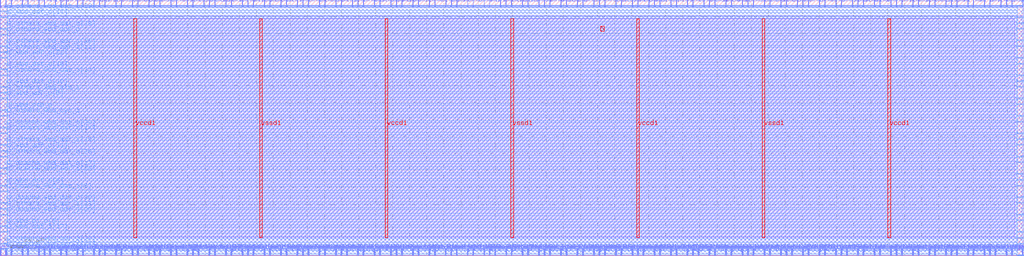
<source format=lef>
VERSION 5.7 ;
  NOWIREEXTENSIONATPIN ON ;
  DIVIDERCHAR "/" ;
  BUSBITCHARS "[]" ;
MACRO bus_arbiter
  CLASS BLOCK ;
  FOREIGN bus_arbiter ;
  ORIGIN 0.000 0.000 ;
  SIZE 600.000 BY 150.000 ;
  PIN clk
    DIRECTION INPUT ;
    USE SIGNAL ;
    PORT
      LAYER met3 ;
        RECT 596.000 44.240 600.000 44.840 ;
    END
  END clk
  PIN m2_dcache_wbd_ack_o
    DIRECTION OUTPUT TRISTATE ;
    USE SIGNAL ;
    PORT
      LAYER met2 ;
        RECT 93.470 146.000 93.750 150.000 ;
    END
  END m2_dcache_wbd_ack_o
  PIN m2_dcache_wbd_adr_i[0]
    DIRECTION INPUT ;
    USE SIGNAL ;
    PORT
      LAYER met2 ;
        RECT 373.610 146.000 373.890 150.000 ;
    END
  END m2_dcache_wbd_adr_i[0]
  PIN m2_dcache_wbd_adr_i[10]
    DIRECTION INPUT ;
    USE SIGNAL ;
    PORT
      LAYER met2 ;
        RECT 32.290 146.000 32.570 150.000 ;
    END
  END m2_dcache_wbd_adr_i[10]
  PIN m2_dcache_wbd_adr_i[11]
    DIRECTION INPUT ;
    USE SIGNAL ;
    PORT
      LAYER met2 ;
        RECT 116.010 0.000 116.290 4.000 ;
    END
  END m2_dcache_wbd_adr_i[11]
  PIN m2_dcache_wbd_adr_i[12]
    DIRECTION INPUT ;
    USE SIGNAL ;
    PORT
      LAYER met2 ;
        RECT 196.510 146.000 196.790 150.000 ;
    END
  END m2_dcache_wbd_adr_i[12]
  PIN m2_dcache_wbd_adr_i[13]
    DIRECTION INPUT ;
    USE SIGNAL ;
    PORT
      LAYER met2 ;
        RECT 219.050 146.000 219.330 150.000 ;
    END
  END m2_dcache_wbd_adr_i[13]
  PIN m2_dcache_wbd_adr_i[14]
    DIRECTION INPUT ;
    USE SIGNAL ;
    PORT
      LAYER met2 ;
        RECT 54.830 146.000 55.110 150.000 ;
    END
  END m2_dcache_wbd_adr_i[14]
  PIN m2_dcache_wbd_adr_i[15]
    DIRECTION INPUT ;
    USE SIGNAL ;
    PORT
      LAYER met2 ;
        RECT 141.770 146.000 142.050 150.000 ;
    END
  END m2_dcache_wbd_adr_i[15]
  PIN m2_dcache_wbd_adr_i[16]
    DIRECTION INPUT ;
    USE SIGNAL ;
    PORT
      LAYER met2 ;
        RECT 167.530 146.000 167.810 150.000 ;
    END
  END m2_dcache_wbd_adr_i[16]
  PIN m2_dcache_wbd_adr_i[17]
    DIRECTION INPUT ;
    USE SIGNAL ;
    PORT
      LAYER met3 ;
        RECT 596.000 81.640 600.000 82.240 ;
    END
  END m2_dcache_wbd_adr_i[17]
  PIN m2_dcache_wbd_adr_i[18]
    DIRECTION INPUT ;
    USE SIGNAL ;
    PORT
      LAYER met2 ;
        RECT 235.150 0.000 235.430 4.000 ;
    END
  END m2_dcache_wbd_adr_i[18]
  PIN m2_dcache_wbd_adr_i[19]
    DIRECTION INPUT ;
    USE SIGNAL ;
    PORT
      LAYER met2 ;
        RECT 331.750 146.000 332.030 150.000 ;
    END
  END m2_dcache_wbd_adr_i[19]
  PIN m2_dcache_wbd_adr_i[1]
    DIRECTION INPUT ;
    USE SIGNAL ;
    PORT
      LAYER met2 ;
        RECT 103.130 0.000 103.410 4.000 ;
    END
  END m2_dcache_wbd_adr_i[1]
  PIN m2_dcache_wbd_adr_i[20]
    DIRECTION INPUT ;
    USE SIGNAL ;
    PORT
      LAYER met2 ;
        RECT 428.350 0.000 428.630 4.000 ;
    END
  END m2_dcache_wbd_adr_i[20]
  PIN m2_dcache_wbd_adr_i[21]
    DIRECTION INPUT ;
    USE SIGNAL ;
    PORT
      LAYER met3 ;
        RECT 596.000 115.640 600.000 116.240 ;
    END
  END m2_dcache_wbd_adr_i[21]
  PIN m2_dcache_wbd_adr_i[22]
    DIRECTION INPUT ;
    USE SIGNAL ;
    PORT
      LAYER met2 ;
        RECT 402.590 0.000 402.870 4.000 ;
    END
  END m2_dcache_wbd_adr_i[22]
  PIN m2_dcache_wbd_adr_i[23]
    DIRECTION INPUT ;
    USE SIGNAL ;
    PORT
      LAYER met2 ;
        RECT 322.090 0.000 322.370 4.000 ;
    END
  END m2_dcache_wbd_adr_i[23]
  PIN m2_dcache_wbd_adr_i[24]
    DIRECTION INPUT ;
    USE SIGNAL ;
    PORT
      LAYER met2 ;
        RECT 148.210 0.000 148.490 4.000 ;
    END
  END m2_dcache_wbd_adr_i[24]
  PIN m2_dcache_wbd_adr_i[25]
    DIRECTION INPUT ;
    USE SIGNAL ;
    PORT
      LAYER met2 ;
        RECT 512.070 146.000 512.350 150.000 ;
    END
  END m2_dcache_wbd_adr_i[25]
  PIN m2_dcache_wbd_adr_i[26]
    DIRECTION INPUT ;
    USE SIGNAL ;
    PORT
      LAYER met2 ;
        RECT 296.330 146.000 296.610 150.000 ;
    END
  END m2_dcache_wbd_adr_i[26]
  PIN m2_dcache_wbd_adr_i[27]
    DIRECTION INPUT ;
    USE SIGNAL ;
    PORT
      LAYER met3 ;
        RECT 0.000 3.440 4.000 4.040 ;
    END
  END m2_dcache_wbd_adr_i[27]
  PIN m2_dcache_wbd_adr_i[28]
    DIRECTION INPUT ;
    USE SIGNAL ;
    PORT
      LAYER met3 ;
        RECT 0.000 47.640 4.000 48.240 ;
    END
  END m2_dcache_wbd_adr_i[28]
  PIN m2_dcache_wbd_adr_i[29]
    DIRECTION INPUT ;
    USE SIGNAL ;
    PORT
      LAYER met3 ;
        RECT 0.000 23.840 4.000 24.440 ;
    END
  END m2_dcache_wbd_adr_i[29]
  PIN m2_dcache_wbd_adr_i[2]
    DIRECTION INPUT ;
    USE SIGNAL ;
    PORT
      LAYER met2 ;
        RECT 579.690 146.000 579.970 150.000 ;
    END
  END m2_dcache_wbd_adr_i[2]
  PIN m2_dcache_wbd_adr_i[30]
    DIRECTION INPUT ;
    USE SIGNAL ;
    PORT
      LAYER met2 ;
        RECT 557.150 0.000 557.430 4.000 ;
    END
  END m2_dcache_wbd_adr_i[30]
  PIN m2_dcache_wbd_adr_i[31]
    DIRECTION INPUT ;
    USE SIGNAL ;
    PORT
      LAYER met2 ;
        RECT 560.370 0.000 560.650 4.000 ;
    END
  END m2_dcache_wbd_adr_i[31]
  PIN m2_dcache_wbd_adr_i[3]
    DIRECTION INPUT ;
    USE SIGNAL ;
    PORT
      LAYER met2 ;
        RECT 383.270 0.000 383.550 4.000 ;
    END
  END m2_dcache_wbd_adr_i[3]
  PIN m2_dcache_wbd_adr_i[4]
    DIRECTION INPUT ;
    USE SIGNAL ;
    PORT
      LAYER met3 ;
        RECT 596.000 10.240 600.000 10.840 ;
    END
  END m2_dcache_wbd_adr_i[4]
  PIN m2_dcache_wbd_adr_i[5]
    DIRECTION INPUT ;
    USE SIGNAL ;
    PORT
      LAYER met2 ;
        RECT 173.970 146.000 174.250 150.000 ;
    END
  END m2_dcache_wbd_adr_i[5]
  PIN m2_dcache_wbd_adr_i[6]
    DIRECTION INPUT ;
    USE SIGNAL ;
    PORT
      LAYER met2 ;
        RECT 119.230 146.000 119.510 150.000 ;
    END
  END m2_dcache_wbd_adr_i[6]
  PIN m2_dcache_wbd_adr_i[7]
    DIRECTION INPUT ;
    USE SIGNAL ;
    PORT
      LAYER met3 ;
        RECT 596.000 20.440 600.000 21.040 ;
    END
  END m2_dcache_wbd_adr_i[7]
  PIN m2_dcache_wbd_adr_i[8]
    DIRECTION INPUT ;
    USE SIGNAL ;
    PORT
      LAYER met2 ;
        RECT 180.410 0.000 180.690 4.000 ;
    END
  END m2_dcache_wbd_adr_i[8]
  PIN m2_dcache_wbd_adr_i[9]
    DIRECTION INPUT ;
    USE SIGNAL ;
    PORT
      LAYER met2 ;
        RECT 12.970 146.000 13.250 150.000 ;
    END
  END m2_dcache_wbd_adr_i[9]
  PIN m2_dcache_wbd_cyc_i
    DIRECTION INPUT ;
    USE SIGNAL ;
    PORT
      LAYER met2 ;
        RECT 3.310 0.000 3.590 4.000 ;
    END
  END m2_dcache_wbd_cyc_i
  PIN m2_dcache_wbd_dat_i[0]
    DIRECTION INPUT ;
    USE SIGNAL ;
    PORT
      LAYER met3 ;
        RECT 596.000 105.440 600.000 106.040 ;
    END
  END m2_dcache_wbd_dat_i[0]
  PIN m2_dcache_wbd_dat_i[10]
    DIRECTION INPUT ;
    USE SIGNAL ;
    PORT
      LAYER met2 ;
        RECT 363.950 146.000 364.230 150.000 ;
    END
  END m2_dcache_wbd_dat_i[10]
  PIN m2_dcache_wbd_dat_i[11]
    DIRECTION INPUT ;
    USE SIGNAL ;
    PORT
      LAYER met2 ;
        RECT 328.530 146.000 328.810 150.000 ;
    END
  END m2_dcache_wbd_dat_i[11]
  PIN m2_dcache_wbd_dat_i[12]
    DIRECTION INPUT ;
    USE SIGNAL ;
    PORT
      LAYER met2 ;
        RECT 341.410 146.000 341.690 150.000 ;
    END
  END m2_dcache_wbd_dat_i[12]
  PIN m2_dcache_wbd_dat_i[13]
    DIRECTION INPUT ;
    USE SIGNAL ;
    PORT
      LAYER met2 ;
        RECT 186.850 146.000 187.130 150.000 ;
    END
  END m2_dcache_wbd_dat_i[13]
  PIN m2_dcache_wbd_dat_i[14]
    DIRECTION INPUT ;
    USE SIGNAL ;
    PORT
      LAYER met2 ;
        RECT 341.410 0.000 341.690 4.000 ;
    END
  END m2_dcache_wbd_dat_i[14]
  PIN m2_dcache_wbd_dat_i[15]
    DIRECTION INPUT ;
    USE SIGNAL ;
    PORT
      LAYER met2 ;
        RECT 231.930 0.000 232.210 4.000 ;
    END
  END m2_dcache_wbd_dat_i[15]
  PIN m2_dcache_wbd_dat_i[16]
    DIRECTION INPUT ;
    USE SIGNAL ;
    PORT
      LAYER met2 ;
        RECT 144.990 146.000 145.270 150.000 ;
    END
  END m2_dcache_wbd_dat_i[16]
  PIN m2_dcache_wbd_dat_i[17]
    DIRECTION INPUT ;
    USE SIGNAL ;
    PORT
      LAYER met2 ;
        RECT 502.410 0.000 502.690 4.000 ;
    END
  END m2_dcache_wbd_dat_i[17]
  PIN m2_dcache_wbd_dat_i[18]
    DIRECTION INPUT ;
    USE SIGNAL ;
    PORT
      LAYER met2 ;
        RECT 267.350 146.000 267.630 150.000 ;
    END
  END m2_dcache_wbd_dat_i[18]
  PIN m2_dcache_wbd_dat_i[19]
    DIRECTION INPUT ;
    USE SIGNAL ;
    PORT
      LAYER met2 ;
        RECT 45.170 146.000 45.450 150.000 ;
    END
  END m2_dcache_wbd_dat_i[19]
  PIN m2_dcache_wbd_dat_i[1]
    DIRECTION INPUT ;
    USE SIGNAL ;
    PORT
      LAYER met2 ;
        RECT 202.950 0.000 203.230 4.000 ;
    END
  END m2_dcache_wbd_dat_i[1]
  PIN m2_dcache_wbd_dat_i[20]
    DIRECTION INPUT ;
    USE SIGNAL ;
    PORT
      LAYER met2 ;
        RECT 25.850 146.000 26.130 150.000 ;
    END
  END m2_dcache_wbd_dat_i[20]
  PIN m2_dcache_wbd_dat_i[21]
    DIRECTION INPUT ;
    USE SIGNAL ;
    PORT
      LAYER met2 ;
        RECT 67.710 146.000 67.990 150.000 ;
    END
  END m2_dcache_wbd_dat_i[21]
  PIN m2_dcache_wbd_dat_i[22]
    DIRECTION INPUT ;
    USE SIGNAL ;
    PORT
      LAYER met2 ;
        RECT 415.470 0.000 415.750 4.000 ;
    END
  END m2_dcache_wbd_dat_i[22]
  PIN m2_dcache_wbd_dat_i[23]
    DIRECTION INPUT ;
    USE SIGNAL ;
    PORT
      LAYER met2 ;
        RECT 296.330 0.000 296.610 4.000 ;
    END
  END m2_dcache_wbd_dat_i[23]
  PIN m2_dcache_wbd_dat_i[24]
    DIRECTION INPUT ;
    USE SIGNAL ;
    PORT
      LAYER met2 ;
        RECT 370.390 0.000 370.670 4.000 ;
    END
  END m2_dcache_wbd_dat_i[24]
  PIN m2_dcache_wbd_dat_i[25]
    DIRECTION INPUT ;
    USE SIGNAL ;
    PORT
      LAYER met2 ;
        RECT 77.370 146.000 77.650 150.000 ;
    END
  END m2_dcache_wbd_dat_i[25]
  PIN m2_dcache_wbd_dat_i[26]
    DIRECTION INPUT ;
    USE SIGNAL ;
    PORT
      LAYER met2 ;
        RECT 544.270 0.000 544.550 4.000 ;
    END
  END m2_dcache_wbd_dat_i[26]
  PIN m2_dcache_wbd_dat_i[27]
    DIRECTION INPUT ;
    USE SIGNAL ;
    PORT
      LAYER met2 ;
        RECT 347.850 0.000 348.130 4.000 ;
    END
  END m2_dcache_wbd_dat_i[27]
  PIN m2_dcache_wbd_dat_i[28]
    DIRECTION INPUT ;
    USE SIGNAL ;
    PORT
      LAYER met2 ;
        RECT 392.930 146.000 393.210 150.000 ;
    END
  END m2_dcache_wbd_dat_i[28]
  PIN m2_dcache_wbd_dat_i[29]
    DIRECTION INPUT ;
    USE SIGNAL ;
    PORT
      LAYER met2 ;
        RECT 135.330 146.000 135.610 150.000 ;
    END
  END m2_dcache_wbd_dat_i[29]
  PIN m2_dcache_wbd_dat_i[2]
    DIRECTION INPUT ;
    USE SIGNAL ;
    PORT
      LAYER met2 ;
        RECT 354.290 146.000 354.570 150.000 ;
    END
  END m2_dcache_wbd_dat_i[2]
  PIN m2_dcache_wbd_dat_i[30]
    DIRECTION INPUT ;
    USE SIGNAL ;
    PORT
      LAYER met2 ;
        RECT 428.350 146.000 428.630 150.000 ;
    END
  END m2_dcache_wbd_dat_i[30]
  PIN m2_dcache_wbd_dat_i[31]
    DIRECTION INPUT ;
    USE SIGNAL ;
    PORT
      LAYER met2 ;
        RECT 409.030 0.000 409.310 4.000 ;
    END
  END m2_dcache_wbd_dat_i[31]
  PIN m2_dcache_wbd_dat_i[3]
    DIRECTION INPUT ;
    USE SIGNAL ;
    PORT
      LAYER met2 ;
        RECT 315.650 146.000 315.930 150.000 ;
    END
  END m2_dcache_wbd_dat_i[3]
  PIN m2_dcache_wbd_dat_i[4]
    DIRECTION INPUT ;
    USE SIGNAL ;
    PORT
      LAYER met2 ;
        RECT 457.330 0.000 457.610 4.000 ;
    END
  END m2_dcache_wbd_dat_i[4]
  PIN m2_dcache_wbd_dat_i[5]
    DIRECTION INPUT ;
    USE SIGNAL ;
    PORT
      LAYER met2 ;
        RECT 80.590 146.000 80.870 150.000 ;
    END
  END m2_dcache_wbd_dat_i[5]
  PIN m2_dcache_wbd_dat_i[6]
    DIRECTION INPUT ;
    USE SIGNAL ;
    PORT
      LAYER met3 ;
        RECT 0.000 37.440 4.000 38.040 ;
    END
  END m2_dcache_wbd_dat_i[6]
  PIN m2_dcache_wbd_dat_i[7]
    DIRECTION INPUT ;
    USE SIGNAL ;
    PORT
      LAYER met2 ;
        RECT 386.490 0.000 386.770 4.000 ;
    END
  END m2_dcache_wbd_dat_i[7]
  PIN m2_dcache_wbd_dat_i[8]
    DIRECTION INPUT ;
    USE SIGNAL ;
    PORT
      LAYER met2 ;
        RECT 534.610 146.000 534.890 150.000 ;
    END
  END m2_dcache_wbd_dat_i[8]
  PIN m2_dcache_wbd_dat_i[9]
    DIRECTION INPUT ;
    USE SIGNAL ;
    PORT
      LAYER met3 ;
        RECT 596.000 13.640 600.000 14.240 ;
    END
  END m2_dcache_wbd_dat_i[9]
  PIN m2_dcache_wbd_dat_o[0]
    DIRECTION OUTPUT TRISTATE ;
    USE SIGNAL ;
    PORT
      LAYER met2 ;
        RECT 48.390 0.000 48.670 4.000 ;
    END
  END m2_dcache_wbd_dat_o[0]
  PIN m2_dcache_wbd_dat_o[10]
    DIRECTION OUTPUT TRISTATE ;
    USE SIGNAL ;
    PORT
      LAYER met2 ;
        RECT 331.750 0.000 332.030 4.000 ;
    END
  END m2_dcache_wbd_dat_o[10]
  PIN m2_dcache_wbd_dat_o[11]
    DIRECTION OUTPUT TRISTATE ;
    USE SIGNAL ;
    PORT
      LAYER met2 ;
        RECT 396.150 0.000 396.430 4.000 ;
    END
  END m2_dcache_wbd_dat_o[11]
  PIN m2_dcache_wbd_dat_o[12]
    DIRECTION OUTPUT TRISTATE ;
    USE SIGNAL ;
    PORT
      LAYER met2 ;
        RECT 38.730 146.000 39.010 150.000 ;
    END
  END m2_dcache_wbd_dat_o[12]
  PIN m2_dcache_wbd_dat_o[13]
    DIRECTION OUTPUT TRISTATE ;
    USE SIGNAL ;
    PORT
      LAYER met2 ;
        RECT 286.670 146.000 286.950 150.000 ;
    END
  END m2_dcache_wbd_dat_o[13]
  PIN m2_dcache_wbd_dat_o[14]
    DIRECTION OUTPUT TRISTATE ;
    USE SIGNAL ;
    PORT
      LAYER met2 ;
        RECT 212.610 146.000 212.890 150.000 ;
    END
  END m2_dcache_wbd_dat_o[14]
  PIN m2_dcache_wbd_dat_o[15]
    DIRECTION OUTPUT TRISTATE ;
    USE SIGNAL ;
    PORT
      LAYER met2 ;
        RECT 521.730 146.000 522.010 150.000 ;
    END
  END m2_dcache_wbd_dat_o[15]
  PIN m2_dcache_wbd_dat_o[16]
    DIRECTION OUTPUT TRISTATE ;
    USE SIGNAL ;
    PORT
      LAYER met2 ;
        RECT 405.810 146.000 406.090 150.000 ;
    END
  END m2_dcache_wbd_dat_o[16]
  PIN m2_dcache_wbd_dat_o[17]
    DIRECTION OUTPUT TRISTATE ;
    USE SIGNAL ;
    PORT
      LAYER met3 ;
        RECT 0.000 51.040 4.000 51.640 ;
    END
  END m2_dcache_wbd_dat_o[17]
  PIN m2_dcache_wbd_dat_o[18]
    DIRECTION OUTPUT TRISTATE ;
    USE SIGNAL ;
    PORT
      LAYER met2 ;
        RECT 177.190 146.000 177.470 150.000 ;
    END
  END m2_dcache_wbd_dat_o[18]
  PIN m2_dcache_wbd_dat_o[19]
    DIRECTION OUTPUT TRISTATE ;
    USE SIGNAL ;
    PORT
      LAYER met2 ;
        RECT 93.470 0.000 93.750 4.000 ;
    END
  END m2_dcache_wbd_dat_o[19]
  PIN m2_dcache_wbd_dat_o[1]
    DIRECTION OUTPUT TRISTATE ;
    USE SIGNAL ;
    PORT
      LAYER met2 ;
        RECT 528.170 0.000 528.450 4.000 ;
    END
  END m2_dcache_wbd_dat_o[1]
  PIN m2_dcache_wbd_dat_o[20]
    DIRECTION OUTPUT TRISTATE ;
    USE SIGNAL ;
    PORT
      LAYER met3 ;
        RECT 0.000 74.840 4.000 75.440 ;
    END
  END m2_dcache_wbd_dat_o[20]
  PIN m2_dcache_wbd_dat_o[21]
    DIRECTION OUTPUT TRISTATE ;
    USE SIGNAL ;
    PORT
      LAYER met2 ;
        RECT 544.270 146.000 544.550 150.000 ;
    END
  END m2_dcache_wbd_dat_o[21]
  PIN m2_dcache_wbd_dat_o[22]
    DIRECTION OUTPUT TRISTATE ;
    USE SIGNAL ;
    PORT
      LAYER met2 ;
        RECT 228.710 146.000 228.990 150.000 ;
    END
  END m2_dcache_wbd_dat_o[22]
  PIN m2_dcache_wbd_dat_o[23]
    DIRECTION OUTPUT TRISTATE ;
    USE SIGNAL ;
    PORT
      LAYER met2 ;
        RECT 418.690 0.000 418.970 4.000 ;
    END
  END m2_dcache_wbd_dat_o[23]
  PIN m2_dcache_wbd_dat_o[24]
    DIRECTION OUTPUT TRISTATE ;
    USE SIGNAL ;
    PORT
      LAYER met2 ;
        RECT 434.790 0.000 435.070 4.000 ;
    END
  END m2_dcache_wbd_dat_o[24]
  PIN m2_dcache_wbd_dat_o[25]
    DIRECTION OUTPUT TRISTATE ;
    USE SIGNAL ;
    PORT
      LAYER met2 ;
        RECT 48.390 146.000 48.670 150.000 ;
    END
  END m2_dcache_wbd_dat_o[25]
  PIN m2_dcache_wbd_dat_o[26]
    DIRECTION OUTPUT TRISTATE ;
    USE SIGNAL ;
    PORT
      LAYER met2 ;
        RECT 466.990 146.000 467.270 150.000 ;
    END
  END m2_dcache_wbd_dat_o[26]
  PIN m2_dcache_wbd_dat_o[27]
    DIRECTION OUTPUT TRISTATE ;
    USE SIGNAL ;
    PORT
      LAYER met2 ;
        RECT 512.070 0.000 512.350 4.000 ;
    END
  END m2_dcache_wbd_dat_o[27]
  PIN m2_dcache_wbd_dat_o[28]
    DIRECTION OUTPUT TRISTATE ;
    USE SIGNAL ;
    PORT
      LAYER met2 ;
        RECT 190.070 146.000 190.350 150.000 ;
    END
  END m2_dcache_wbd_dat_o[28]
  PIN m2_dcache_wbd_dat_o[29]
    DIRECTION OUTPUT TRISTATE ;
    USE SIGNAL ;
    PORT
      LAYER met2 ;
        RECT 412.250 146.000 412.530 150.000 ;
    END
  END m2_dcache_wbd_dat_o[29]
  PIN m2_dcache_wbd_dat_o[2]
    DIRECTION OUTPUT TRISTATE ;
    USE SIGNAL ;
    PORT
      LAYER met2 ;
        RECT 167.530 0.000 167.810 4.000 ;
    END
  END m2_dcache_wbd_dat_o[2]
  PIN m2_dcache_wbd_dat_o[30]
    DIRECTION OUTPUT TRISTATE ;
    USE SIGNAL ;
    PORT
      LAYER met3 ;
        RECT 0.000 30.640 4.000 31.240 ;
    END
  END m2_dcache_wbd_dat_o[30]
  PIN m2_dcache_wbd_dat_o[31]
    DIRECTION OUTPUT TRISTATE ;
    USE SIGNAL ;
    PORT
      LAYER met2 ;
        RECT 90.250 0.000 90.530 4.000 ;
    END
  END m2_dcache_wbd_dat_o[31]
  PIN m2_dcache_wbd_dat_o[3]
    DIRECTION OUTPUT TRISTATE ;
    USE SIGNAL ;
    PORT
      LAYER met2 ;
        RECT 338.190 0.000 338.470 4.000 ;
    END
  END m2_dcache_wbd_dat_o[3]
  PIN m2_dcache_wbd_dat_o[4]
    DIRECTION OUTPUT TRISTATE ;
    USE SIGNAL ;
    PORT
      LAYER met2 ;
        RECT 190.070 0.000 190.350 4.000 ;
    END
  END m2_dcache_wbd_dat_o[4]
  PIN m2_dcache_wbd_dat_o[5]
    DIRECTION OUTPUT TRISTATE ;
    USE SIGNAL ;
    PORT
      LAYER met2 ;
        RECT 338.190 146.000 338.470 150.000 ;
    END
  END m2_dcache_wbd_dat_o[5]
  PIN m2_dcache_wbd_dat_o[6]
    DIRECTION OUTPUT TRISTATE ;
    USE SIGNAL ;
    PORT
      LAYER met3 ;
        RECT 596.000 125.840 600.000 126.440 ;
    END
  END m2_dcache_wbd_dat_o[6]
  PIN m2_dcache_wbd_dat_o[7]
    DIRECTION OUTPUT TRISTATE ;
    USE SIGNAL ;
    PORT
      LAYER met2 ;
        RECT 264.130 146.000 264.410 150.000 ;
    END
  END m2_dcache_wbd_dat_o[7]
  PIN m2_dcache_wbd_dat_o[8]
    DIRECTION OUTPUT TRISTATE ;
    USE SIGNAL ;
    PORT
      LAYER met2 ;
        RECT 521.730 0.000 522.010 4.000 ;
    END
  END m2_dcache_wbd_dat_o[8]
  PIN m2_dcache_wbd_dat_o[9]
    DIRECTION OUTPUT TRISTATE ;
    USE SIGNAL ;
    PORT
      LAYER met2 ;
        RECT 363.950 0.000 364.230 4.000 ;
    END
  END m2_dcache_wbd_dat_o[9]
  PIN m2_dcache_wbd_sel_i[0]
    DIRECTION INPUT ;
    USE SIGNAL ;
    PORT
      LAYER met2 ;
        RECT 283.450 0.000 283.730 4.000 ;
    END
  END m2_dcache_wbd_sel_i[0]
  PIN m2_dcache_wbd_sel_i[1]
    DIRECTION INPUT ;
    USE SIGNAL ;
    PORT
      LAYER met2 ;
        RECT 599.010 0.000 599.290 4.000 ;
    END
  END m2_dcache_wbd_sel_i[1]
  PIN m2_dcache_wbd_sel_i[2]
    DIRECTION INPUT ;
    USE SIGNAL ;
    PORT
      LAYER met2 ;
        RECT 589.350 146.000 589.630 150.000 ;
    END
  END m2_dcache_wbd_sel_i[2]
  PIN m2_dcache_wbd_sel_i[3]
    DIRECTION INPUT ;
    USE SIGNAL ;
    PORT
      LAYER met2 ;
        RECT 524.950 0.000 525.230 4.000 ;
    END
  END m2_dcache_wbd_sel_i[3]
  PIN m2_dcache_wbd_stb_i
    DIRECTION INPUT ;
    USE SIGNAL ;
    PORT
      LAYER met3 ;
        RECT 596.000 139.440 600.000 140.040 ;
    END
  END m2_dcache_wbd_stb_i
  PIN m2_dcache_wbd_we_i
    DIRECTION INPUT ;
    USE SIGNAL ;
    PORT
      LAYER met2 ;
        RECT 135.330 0.000 135.610 4.000 ;
    END
  END m2_dcache_wbd_we_i
  PIN m2_others_wbd_ack_o
    DIRECTION OUTPUT TRISTATE ;
    USE SIGNAL ;
    PORT
      LAYER met3 ;
        RECT 0.000 129.240 4.000 129.840 ;
    END
  END m2_others_wbd_ack_o
  PIN m2_others_wbd_adr_i[0]
    DIRECTION INPUT ;
    USE SIGNAL ;
    PORT
      LAYER met2 ;
        RECT 244.810 146.000 245.090 150.000 ;
    END
  END m2_others_wbd_adr_i[0]
  PIN m2_others_wbd_adr_i[10]
    DIRECTION INPUT ;
    USE SIGNAL ;
    PORT
      LAYER met3 ;
        RECT 0.000 64.640 4.000 65.240 ;
    END
  END m2_others_wbd_adr_i[10]
  PIN m2_others_wbd_adr_i[11]
    DIRECTION INPUT ;
    USE SIGNAL ;
    PORT
      LAYER met3 ;
        RECT 0.000 119.040 4.000 119.640 ;
    END
  END m2_others_wbd_adr_i[11]
  PIN m2_others_wbd_adr_i[12]
    DIRECTION INPUT ;
    USE SIGNAL ;
    PORT
      LAYER met2 ;
        RECT 99.910 0.000 100.190 4.000 ;
    END
  END m2_others_wbd_adr_i[12]
  PIN m2_others_wbd_adr_i[13]
    DIRECTION INPUT ;
    USE SIGNAL ;
    PORT
      LAYER met3 ;
        RECT 596.000 71.440 600.000 72.040 ;
    END
  END m2_others_wbd_adr_i[13]
  PIN m2_others_wbd_adr_i[14]
    DIRECTION INPUT ;
    USE SIGNAL ;
    PORT
      LAYER met2 ;
        RECT 318.870 146.000 319.150 150.000 ;
    END
  END m2_others_wbd_adr_i[14]
  PIN m2_others_wbd_adr_i[15]
    DIRECTION INPUT ;
    USE SIGNAL ;
    PORT
      LAYER met2 ;
        RECT 209.390 0.000 209.670 4.000 ;
    END
  END m2_others_wbd_adr_i[15]
  PIN m2_others_wbd_adr_i[16]
    DIRECTION INPUT ;
    USE SIGNAL ;
    PORT
      LAYER met2 ;
        RECT 309.210 0.000 309.490 4.000 ;
    END
  END m2_others_wbd_adr_i[16]
  PIN m2_others_wbd_adr_i[17]
    DIRECTION INPUT ;
    USE SIGNAL ;
    PORT
      LAYER met2 ;
        RECT 125.670 0.000 125.950 4.000 ;
    END
  END m2_others_wbd_adr_i[17]
  PIN m2_others_wbd_adr_i[18]
    DIRECTION INPUT ;
    USE SIGNAL ;
    PORT
      LAYER met2 ;
        RECT 154.650 146.000 154.930 150.000 ;
    END
  END m2_others_wbd_adr_i[18]
  PIN m2_others_wbd_adr_i[19]
    DIRECTION INPUT ;
    USE SIGNAL ;
    PORT
      LAYER met2 ;
        RECT 483.090 0.000 483.370 4.000 ;
    END
  END m2_others_wbd_adr_i[19]
  PIN m2_others_wbd_adr_i[1]
    DIRECTION INPUT ;
    USE SIGNAL ;
    PORT
      LAYER met2 ;
        RECT 61.270 146.000 61.550 150.000 ;
    END
  END m2_others_wbd_adr_i[1]
  PIN m2_others_wbd_adr_i[20]
    DIRECTION INPUT ;
    USE SIGNAL ;
    PORT
      LAYER met3 ;
        RECT 0.000 6.840 4.000 7.440 ;
    END
  END m2_others_wbd_adr_i[20]
  PIN m2_others_wbd_adr_i[21]
    DIRECTION INPUT ;
    USE SIGNAL ;
    PORT
      LAYER met2 ;
        RECT 180.410 146.000 180.690 150.000 ;
    END
  END m2_others_wbd_adr_i[21]
  PIN m2_others_wbd_adr_i[22]
    DIRECTION INPUT ;
    USE SIGNAL ;
    PORT
      LAYER met2 ;
        RECT 173.970 0.000 174.250 4.000 ;
    END
  END m2_others_wbd_adr_i[22]
  PIN m2_others_wbd_adr_i[23]
    DIRECTION INPUT ;
    USE SIGNAL ;
    PORT
      LAYER met3 ;
        RECT 0.000 27.240 4.000 27.840 ;
    END
  END m2_others_wbd_adr_i[23]
  PIN m2_others_wbd_adr_i[24]
    DIRECTION INPUT ;
    USE SIGNAL ;
    PORT
      LAYER met3 ;
        RECT 596.000 30.640 600.000 31.240 ;
    END
  END m2_others_wbd_adr_i[24]
  PIN m2_others_wbd_adr_i[25]
    DIRECTION INPUT ;
    USE SIGNAL ;
    PORT
      LAYER met2 ;
        RECT 415.470 146.000 415.750 150.000 ;
    END
  END m2_others_wbd_adr_i[25]
  PIN m2_others_wbd_adr_i[26]
    DIRECTION INPUT ;
    USE SIGNAL ;
    PORT
      LAYER met2 ;
        RECT 582.910 0.000 583.190 4.000 ;
    END
  END m2_others_wbd_adr_i[26]
  PIN m2_others_wbd_adr_i[27]
    DIRECTION INPUT ;
    USE SIGNAL ;
    PORT
      LAYER met2 ;
        RECT 87.030 146.000 87.310 150.000 ;
    END
  END m2_others_wbd_adr_i[27]
  PIN m2_others_wbd_adr_i[28]
    DIRECTION INPUT ;
    USE SIGNAL ;
    PORT
      LAYER met3 ;
        RECT 0.000 122.440 4.000 123.040 ;
    END
  END m2_others_wbd_adr_i[28]
  PIN m2_others_wbd_adr_i[29]
    DIRECTION INPUT ;
    USE SIGNAL ;
    PORT
      LAYER met2 ;
        RECT 592.570 0.000 592.850 4.000 ;
    END
  END m2_others_wbd_adr_i[29]
  PIN m2_others_wbd_adr_i[2]
    DIRECTION INPUT ;
    USE SIGNAL ;
    PORT
      LAYER met2 ;
        RECT 157.870 146.000 158.150 150.000 ;
    END
  END m2_others_wbd_adr_i[2]
  PIN m2_others_wbd_adr_i[30]
    DIRECTION INPUT ;
    USE SIGNAL ;
    PORT
      LAYER met2 ;
        RECT 322.090 146.000 322.370 150.000 ;
    END
  END m2_others_wbd_adr_i[30]
  PIN m2_others_wbd_adr_i[31]
    DIRECTION INPUT ;
    USE SIGNAL ;
    PORT
      LAYER met2 ;
        RECT 441.230 146.000 441.510 150.000 ;
    END
  END m2_others_wbd_adr_i[31]
  PIN m2_others_wbd_adr_i[3]
    DIRECTION INPUT ;
    USE SIGNAL ;
    PORT
      LAYER met2 ;
        RECT 260.910 146.000 261.190 150.000 ;
    END
  END m2_others_wbd_adr_i[3]
  PIN m2_others_wbd_adr_i[4]
    DIRECTION INPUT ;
    USE SIGNAL ;
    PORT
      LAYER met3 ;
        RECT 596.000 68.040 600.000 68.640 ;
    END
  END m2_others_wbd_adr_i[4]
  PIN m2_others_wbd_adr_i[5]
    DIRECTION INPUT ;
    USE SIGNAL ;
    PORT
      LAYER met2 ;
        RECT 22.630 0.000 22.910 4.000 ;
    END
  END m2_others_wbd_adr_i[5]
  PIN m2_others_wbd_adr_i[6]
    DIRECTION INPUT ;
    USE SIGNAL ;
    PORT
      LAYER met2 ;
        RECT 299.550 0.000 299.830 4.000 ;
    END
  END m2_others_wbd_adr_i[6]
  PIN m2_others_wbd_adr_i[7]
    DIRECTION INPUT ;
    USE SIGNAL ;
    PORT
      LAYER met2 ;
        RECT 154.650 0.000 154.930 4.000 ;
    END
  END m2_others_wbd_adr_i[7]
  PIN m2_others_wbd_adr_i[8]
    DIRECTION INPUT ;
    USE SIGNAL ;
    PORT
      LAYER met2 ;
        RECT 457.330 146.000 457.610 150.000 ;
    END
  END m2_others_wbd_adr_i[8]
  PIN m2_others_wbd_adr_i[9]
    DIRECTION INPUT ;
    USE SIGNAL ;
    PORT
      LAYER met2 ;
        RECT 144.990 0.000 145.270 4.000 ;
    END
  END m2_others_wbd_adr_i[9]
  PIN m2_others_wbd_cyc_i
    DIRECTION INPUT ;
    USE SIGNAL ;
    PORT
      LAYER met3 ;
        RECT 0.000 81.640 4.000 82.240 ;
    END
  END m2_others_wbd_cyc_i
  PIN m2_others_wbd_dat_i[0]
    DIRECTION INPUT ;
    USE SIGNAL ;
    PORT
      LAYER met2 ;
        RECT 592.570 146.000 592.850 150.000 ;
    END
  END m2_others_wbd_dat_i[0]
  PIN m2_others_wbd_dat_i[10]
    DIRECTION INPUT ;
    USE SIGNAL ;
    PORT
      LAYER met2 ;
        RECT 489.530 0.000 489.810 4.000 ;
    END
  END m2_others_wbd_dat_i[10]
  PIN m2_others_wbd_dat_i[11]
    DIRECTION INPUT ;
    USE SIGNAL ;
    PORT
      LAYER met2 ;
        RECT 380.050 146.000 380.330 150.000 ;
    END
  END m2_others_wbd_dat_i[11]
  PIN m2_others_wbd_dat_i[12]
    DIRECTION INPUT ;
    USE SIGNAL ;
    PORT
      LAYER met3 ;
        RECT 596.000 146.240 600.000 146.840 ;
    END
  END m2_others_wbd_dat_i[12]
  PIN m2_others_wbd_dat_i[13]
    DIRECTION INPUT ;
    USE SIGNAL ;
    PORT
      LAYER met2 ;
        RECT 599.010 146.000 599.290 150.000 ;
    END
  END m2_others_wbd_dat_i[13]
  PIN m2_others_wbd_dat_i[14]
    DIRECTION INPUT ;
    USE SIGNAL ;
    PORT
      LAYER met3 ;
        RECT 0.000 105.440 4.000 106.040 ;
    END
  END m2_others_wbd_dat_i[14]
  PIN m2_others_wbd_dat_i[15]
    DIRECTION INPUT ;
    USE SIGNAL ;
    PORT
      LAYER met2 ;
        RECT 447.670 146.000 447.950 150.000 ;
    END
  END m2_others_wbd_dat_i[15]
  PIN m2_others_wbd_dat_i[16]
    DIRECTION INPUT ;
    USE SIGNAL ;
    PORT
      LAYER met2 ;
        RECT 370.390 146.000 370.670 150.000 ;
    END
  END m2_others_wbd_dat_i[16]
  PIN m2_others_wbd_dat_i[17]
    DIRECTION INPUT ;
    USE SIGNAL ;
    PORT
      LAYER met2 ;
        RECT 35.510 146.000 35.790 150.000 ;
    END
  END m2_others_wbd_dat_i[17]
  PIN m2_others_wbd_dat_i[18]
    DIRECTION INPUT ;
    USE SIGNAL ;
    PORT
      LAYER met3 ;
        RECT 596.000 0.040 600.000 0.640 ;
    END
  END m2_others_wbd_dat_i[18]
  PIN m2_others_wbd_dat_i[19]
    DIRECTION INPUT ;
    USE SIGNAL ;
    PORT
      LAYER met2 ;
        RECT 383.270 146.000 383.550 150.000 ;
    END
  END m2_others_wbd_dat_i[19]
  PIN m2_others_wbd_dat_i[1]
    DIRECTION INPUT ;
    USE SIGNAL ;
    PORT
      LAYER met2 ;
        RECT 438.010 0.000 438.290 4.000 ;
    END
  END m2_others_wbd_dat_i[1]
  PIN m2_others_wbd_dat_i[20]
    DIRECTION INPUT ;
    USE SIGNAL ;
    PORT
      LAYER met2 ;
        RECT 6.530 146.000 6.810 150.000 ;
    END
  END m2_others_wbd_dat_i[20]
  PIN m2_others_wbd_dat_i[21]
    DIRECTION INPUT ;
    USE SIGNAL ;
    PORT
      LAYER met2 ;
        RECT 505.630 0.000 505.910 4.000 ;
    END
  END m2_others_wbd_dat_i[21]
  PIN m2_others_wbd_dat_i[22]
    DIRECTION INPUT ;
    USE SIGNAL ;
    PORT
      LAYER met2 ;
        RECT 70.930 146.000 71.210 150.000 ;
    END
  END m2_others_wbd_dat_i[22]
  PIN m2_others_wbd_dat_i[23]
    DIRECTION INPUT ;
    USE SIGNAL ;
    PORT
      LAYER met2 ;
        RECT 228.710 0.000 228.990 4.000 ;
    END
  END m2_others_wbd_dat_i[23]
  PIN m2_others_wbd_dat_i[24]
    DIRECTION INPUT ;
    USE SIGNAL ;
    PORT
      LAYER met2 ;
        RECT 560.370 146.000 560.650 150.000 ;
    END
  END m2_others_wbd_dat_i[24]
  PIN m2_others_wbd_dat_i[25]
    DIRECTION INPUT ;
    USE SIGNAL ;
    PORT
      LAYER met2 ;
        RECT 219.050 0.000 219.330 4.000 ;
    END
  END m2_others_wbd_dat_i[25]
  PIN m2_others_wbd_dat_i[26]
    DIRECTION INPUT ;
    USE SIGNAL ;
    PORT
      LAYER met2 ;
        RECT 264.130 0.000 264.410 4.000 ;
    END
  END m2_others_wbd_dat_i[26]
  PIN m2_others_wbd_dat_i[27]
    DIRECTION INPUT ;
    USE SIGNAL ;
    PORT
      LAYER met2 ;
        RECT 45.170 0.000 45.450 4.000 ;
    END
  END m2_others_wbd_dat_i[27]
  PIN m2_others_wbd_dat_i[28]
    DIRECTION INPUT ;
    USE SIGNAL ;
    PORT
      LAYER met2 ;
        RECT 67.710 0.000 67.990 4.000 ;
    END
  END m2_others_wbd_dat_i[28]
  PIN m2_others_wbd_dat_i[29]
    DIRECTION INPUT ;
    USE SIGNAL ;
    PORT
      LAYER met3 ;
        RECT 0.000 142.840 4.000 143.440 ;
    END
  END m2_others_wbd_dat_i[29]
  PIN m2_others_wbd_dat_i[2]
    DIRECTION INPUT ;
    USE SIGNAL ;
    PORT
      LAYER met2 ;
        RECT 505.630 146.000 505.910 150.000 ;
    END
  END m2_others_wbd_dat_i[2]
  PIN m2_others_wbd_dat_i[30]
    DIRECTION INPUT ;
    USE SIGNAL ;
    PORT
      LAYER met2 ;
        RECT 460.550 0.000 460.830 4.000 ;
    END
  END m2_others_wbd_dat_i[30]
  PIN m2_others_wbd_dat_i[31]
    DIRECTION INPUT ;
    USE SIGNAL ;
    PORT
      LAYER met2 ;
        RECT 109.570 146.000 109.850 150.000 ;
    END
  END m2_others_wbd_dat_i[31]
  PIN m2_others_wbd_dat_i[3]
    DIRECTION INPUT ;
    USE SIGNAL ;
    PORT
      LAYER met2 ;
        RECT 492.750 146.000 493.030 150.000 ;
    END
  END m2_others_wbd_dat_i[3]
  PIN m2_others_wbd_dat_i[4]
    DIRECTION INPUT ;
    USE SIGNAL ;
    PORT
      LAYER met3 ;
        RECT 596.000 91.840 600.000 92.440 ;
    END
  END m2_others_wbd_dat_i[4]
  PIN m2_others_wbd_dat_i[5]
    DIRECTION INPUT ;
    USE SIGNAL ;
    PORT
      LAYER met2 ;
        RECT 87.030 0.000 87.310 4.000 ;
    END
  END m2_others_wbd_dat_i[5]
  PIN m2_others_wbd_dat_i[6]
    DIRECTION INPUT ;
    USE SIGNAL ;
    PORT
      LAYER met2 ;
        RECT 241.590 146.000 241.870 150.000 ;
    END
  END m2_others_wbd_dat_i[6]
  PIN m2_others_wbd_dat_i[7]
    DIRECTION INPUT ;
    USE SIGNAL ;
    PORT
      LAYER met2 ;
        RECT 273.790 0.000 274.070 4.000 ;
    END
  END m2_others_wbd_dat_i[7]
  PIN m2_others_wbd_dat_i[8]
    DIRECTION INPUT ;
    USE SIGNAL ;
    PORT
      LAYER met2 ;
        RECT 90.250 146.000 90.530 150.000 ;
    END
  END m2_others_wbd_dat_i[8]
  PIN m2_others_wbd_dat_i[9]
    DIRECTION INPUT ;
    USE SIGNAL ;
    PORT
      LAYER met2 ;
        RECT 125.670 146.000 125.950 150.000 ;
    END
  END m2_others_wbd_dat_i[9]
  PIN m2_others_wbd_dat_o[0]
    DIRECTION OUTPUT TRISTATE ;
    USE SIGNAL ;
    PORT
      LAYER met2 ;
        RECT 103.130 146.000 103.410 150.000 ;
    END
  END m2_others_wbd_dat_o[0]
  PIN m2_others_wbd_dat_o[10]
    DIRECTION OUTPUT TRISTATE ;
    USE SIGNAL ;
    PORT
      LAYER met3 ;
        RECT 596.000 6.840 600.000 7.440 ;
    END
  END m2_others_wbd_dat_o[10]
  PIN m2_others_wbd_dat_o[11]
    DIRECTION OUTPUT TRISTATE ;
    USE SIGNAL ;
    PORT
      LAYER met3 ;
        RECT 596.000 23.840 600.000 24.440 ;
    END
  END m2_others_wbd_dat_o[11]
  PIN m2_others_wbd_dat_o[12]
    DIRECTION OUTPUT TRISTATE ;
    USE SIGNAL ;
    PORT
      LAYER met2 ;
        RECT 579.690 0.000 579.970 4.000 ;
    END
  END m2_others_wbd_dat_o[12]
  PIN m2_others_wbd_dat_o[13]
    DIRECTION OUTPUT TRISTATE ;
    USE SIGNAL ;
    PORT
      LAYER met2 ;
        RECT 277.010 146.000 277.290 150.000 ;
    END
  END m2_others_wbd_dat_o[13]
  PIN m2_others_wbd_dat_o[14]
    DIRECTION OUTPUT TRISTATE ;
    USE SIGNAL ;
    PORT
      LAYER met3 ;
        RECT 0.000 71.440 4.000 72.040 ;
    END
  END m2_others_wbd_dat_o[14]
  PIN m2_others_wbd_dat_o[15]
    DIRECTION OUTPUT TRISTATE ;
    USE SIGNAL ;
    PORT
      LAYER met2 ;
        RECT 157.870 0.000 158.150 4.000 ;
    END
  END m2_others_wbd_dat_o[15]
  PIN m2_others_wbd_dat_o[16]
    DIRECTION OUTPUT TRISTATE ;
    USE SIGNAL ;
    PORT
      LAYER met3 ;
        RECT 596.000 64.640 600.000 65.240 ;
    END
  END m2_others_wbd_dat_o[16]
  PIN m2_others_wbd_dat_o[17]
    DIRECTION OUTPUT TRISTATE ;
    USE SIGNAL ;
    PORT
      LAYER met2 ;
        RECT 489.530 146.000 489.810 150.000 ;
    END
  END m2_others_wbd_dat_o[17]
  PIN m2_others_wbd_dat_o[18]
    DIRECTION OUTPUT TRISTATE ;
    USE SIGNAL ;
    PORT
      LAYER met3 ;
        RECT 0.000 132.640 4.000 133.240 ;
    END
  END m2_others_wbd_dat_o[18]
  PIN m2_others_wbd_dat_o[19]
    DIRECTION OUTPUT TRISTATE ;
    USE SIGNAL ;
    PORT
      LAYER met2 ;
        RECT 460.550 146.000 460.830 150.000 ;
    END
  END m2_others_wbd_dat_o[19]
  PIN m2_others_wbd_dat_o[1]
    DIRECTION OUTPUT TRISTATE ;
    USE SIGNAL ;
    PORT
      LAYER met2 ;
        RECT 164.310 0.000 164.590 4.000 ;
    END
  END m2_others_wbd_dat_o[1]
  PIN m2_others_wbd_dat_o[20]
    DIRECTION OUTPUT TRISTATE ;
    USE SIGNAL ;
    PORT
      LAYER met2 ;
        RECT 283.450 146.000 283.730 150.000 ;
    END
  END m2_others_wbd_dat_o[20]
  PIN m2_others_wbd_dat_o[21]
    DIRECTION OUTPUT TRISTATE ;
    USE SIGNAL ;
    PORT
      LAYER met3 ;
        RECT 596.000 47.640 600.000 48.240 ;
    END
  END m2_others_wbd_dat_o[21]
  PIN m2_others_wbd_dat_o[22]
    DIRECTION OUTPUT TRISTATE ;
    USE SIGNAL ;
    PORT
      LAYER met2 ;
        RECT 354.290 0.000 354.570 4.000 ;
    END
  END m2_others_wbd_dat_o[22]
  PIN m2_others_wbd_dat_o[23]
    DIRECTION OUTPUT TRISTATE ;
    USE SIGNAL ;
    PORT
      LAYER met2 ;
        RECT 502.410 146.000 502.690 150.000 ;
    END
  END m2_others_wbd_dat_o[23]
  PIN m2_others_wbd_dat_o[24]
    DIRECTION OUTPUT TRISTATE ;
    USE SIGNAL ;
    PORT
      LAYER met2 ;
        RECT 22.630 146.000 22.910 150.000 ;
    END
  END m2_others_wbd_dat_o[24]
  PIN m2_others_wbd_dat_o[25]
    DIRECTION OUTPUT TRISTATE ;
    USE SIGNAL ;
    PORT
      LAYER met2 ;
        RECT 61.270 0.000 61.550 4.000 ;
    END
  END m2_others_wbd_dat_o[25]
  PIN m2_others_wbd_dat_o[26]
    DIRECTION OUTPUT TRISTATE ;
    USE SIGNAL ;
    PORT
      LAYER met3 ;
        RECT 0.000 57.840 4.000 58.440 ;
    END
  END m2_others_wbd_dat_o[26]
  PIN m2_others_wbd_dat_o[27]
    DIRECTION OUTPUT TRISTATE ;
    USE SIGNAL ;
    PORT
      LAYER met3 ;
        RECT 596.000 102.040 600.000 102.640 ;
    END
  END m2_others_wbd_dat_o[27]
  PIN m2_others_wbd_dat_o[28]
    DIRECTION OUTPUT TRISTATE ;
    USE SIGNAL ;
    PORT
      LAYER met2 ;
        RECT 254.470 0.000 254.750 4.000 ;
    END
  END m2_others_wbd_dat_o[28]
  PIN m2_others_wbd_dat_o[29]
    DIRECTION OUTPUT TRISTATE ;
    USE SIGNAL ;
    PORT
      LAYER met2 ;
        RECT 122.450 0.000 122.730 4.000 ;
    END
  END m2_others_wbd_dat_o[29]
  PIN m2_others_wbd_dat_o[2]
    DIRECTION OUTPUT TRISTATE ;
    USE SIGNAL ;
    PORT
      LAYER met2 ;
        RECT 241.590 0.000 241.870 4.000 ;
    END
  END m2_others_wbd_dat_o[2]
  PIN m2_others_wbd_dat_o[30]
    DIRECTION OUTPUT TRISTATE ;
    USE SIGNAL ;
    PORT
      LAYER met2 ;
        RECT 479.870 0.000 480.150 4.000 ;
    END
  END m2_others_wbd_dat_o[30]
  PIN m2_others_wbd_dat_o[31]
    DIRECTION OUTPUT TRISTATE ;
    USE SIGNAL ;
    PORT
      LAYER met2 ;
        RECT 148.210 146.000 148.490 150.000 ;
    END
  END m2_others_wbd_dat_o[31]
  PIN m2_others_wbd_dat_o[3]
    DIRECTION OUTPUT TRISTATE ;
    USE SIGNAL ;
    PORT
      LAYER met2 ;
        RECT 254.470 146.000 254.750 150.000 ;
    END
  END m2_others_wbd_dat_o[3]
  PIN m2_others_wbd_dat_o[4]
    DIRECTION OUTPUT TRISTATE ;
    USE SIGNAL ;
    PORT
      LAYER met2 ;
        RECT 470.210 146.000 470.490 150.000 ;
    END
  END m2_others_wbd_dat_o[4]
  PIN m2_others_wbd_dat_o[5]
    DIRECTION OUTPUT TRISTATE ;
    USE SIGNAL ;
    PORT
      LAYER met2 ;
        RECT 318.870 0.000 319.150 4.000 ;
    END
  END m2_others_wbd_dat_o[5]
  PIN m2_others_wbd_dat_o[6]
    DIRECTION OUTPUT TRISTATE ;
    USE SIGNAL ;
    PORT
      LAYER met2 ;
        RECT 534.610 0.000 534.890 4.000 ;
    END
  END m2_others_wbd_dat_o[6]
  PIN m2_others_wbd_dat_o[7]
    DIRECTION OUTPUT TRISTATE ;
    USE SIGNAL ;
    PORT
      LAYER met2 ;
        RECT 586.130 146.000 586.410 150.000 ;
    END
  END m2_others_wbd_dat_o[7]
  PIN m2_others_wbd_dat_o[8]
    DIRECTION OUTPUT TRISTATE ;
    USE SIGNAL ;
    PORT
      LAYER met2 ;
        RECT 386.490 146.000 386.770 150.000 ;
    END
  END m2_others_wbd_dat_o[8]
  PIN m2_others_wbd_dat_o[9]
    DIRECTION OUTPUT TRISTATE ;
    USE SIGNAL ;
    PORT
      LAYER met2 ;
        RECT 251.250 0.000 251.530 4.000 ;
    END
  END m2_others_wbd_dat_o[9]
  PIN m2_others_wbd_sel_i[0]
    DIRECTION INPUT ;
    USE SIGNAL ;
    PORT
      LAYER met2 ;
        RECT 16.190 146.000 16.470 150.000 ;
    END
  END m2_others_wbd_sel_i[0]
  PIN m2_others_wbd_sel_i[1]
    DIRECTION INPUT ;
    USE SIGNAL ;
    PORT
      LAYER met2 ;
        RECT 360.730 0.000 361.010 4.000 ;
    END
  END m2_others_wbd_sel_i[1]
  PIN m2_others_wbd_sel_i[2]
    DIRECTION INPUT ;
    USE SIGNAL ;
    PORT
      LAYER met2 ;
        RECT 553.930 146.000 554.210 150.000 ;
    END
  END m2_others_wbd_sel_i[2]
  PIN m2_others_wbd_sel_i[3]
    DIRECTION INPUT ;
    USE SIGNAL ;
    PORT
      LAYER met2 ;
        RECT 305.990 0.000 306.270 4.000 ;
    END
  END m2_others_wbd_sel_i[3]
  PIN m2_others_wbd_stb_i
    DIRECTION INPUT ;
    USE SIGNAL ;
    PORT
      LAYER met3 ;
        RECT 0.000 95.240 4.000 95.840 ;
    END
  END m2_others_wbd_stb_i
  PIN m2_others_wbd_we_i
    DIRECTION INPUT ;
    USE SIGNAL ;
    PORT
      LAYER met2 ;
        RECT 38.730 0.000 39.010 4.000 ;
    END
  END m2_others_wbd_we_i
  PIN m2_wbd_ack_i
    DIRECTION INPUT ;
    USE SIGNAL ;
    PORT
      LAYER met2 ;
        RECT 495.970 0.000 496.250 4.000 ;
    END
  END m2_wbd_ack_i
  PIN m2_wbd_adr_o[0]
    DIRECTION OUTPUT TRISTATE ;
    USE SIGNAL ;
    PORT
      LAYER met2 ;
        RECT 309.210 146.000 309.490 150.000 ;
    END
  END m2_wbd_adr_o[0]
  PIN m2_wbd_adr_o[10]
    DIRECTION OUTPUT TRISTATE ;
    USE SIGNAL ;
    PORT
      LAYER met2 ;
        RECT 293.110 146.000 293.390 150.000 ;
    END
  END m2_wbd_adr_o[10]
  PIN m2_wbd_adr_o[11]
    DIRECTION OUTPUT TRISTATE ;
    USE SIGNAL ;
    PORT
      LAYER met3 ;
        RECT 0.000 61.240 4.000 61.840 ;
    END
  END m2_wbd_adr_o[11]
  PIN m2_wbd_adr_o[12]
    DIRECTION OUTPUT TRISTATE ;
    USE SIGNAL ;
    PORT
      LAYER met2 ;
        RECT 315.650 0.000 315.930 4.000 ;
    END
  END m2_wbd_adr_o[12]
  PIN m2_wbd_adr_o[13]
    DIRECTION OUTPUT TRISTATE ;
    USE SIGNAL ;
    PORT
      LAYER met2 ;
        RECT 438.010 146.000 438.290 150.000 ;
    END
  END m2_wbd_adr_o[13]
  PIN m2_wbd_adr_o[14]
    DIRECTION OUTPUT TRISTATE ;
    USE SIGNAL ;
    PORT
      LAYER met3 ;
        RECT 596.000 122.440 600.000 123.040 ;
    END
  END m2_wbd_adr_o[14]
  PIN m2_wbd_adr_o[15]
    DIRECTION OUTPUT TRISTATE ;
    USE SIGNAL ;
    PORT
      LAYER met2 ;
        RECT 305.990 146.000 306.270 150.000 ;
    END
  END m2_wbd_adr_o[15]
  PIN m2_wbd_adr_o[16]
    DIRECTION OUTPUT TRISTATE ;
    USE SIGNAL ;
    PORT
      LAYER met2 ;
        RECT 418.690 146.000 418.970 150.000 ;
    END
  END m2_wbd_adr_o[16]
  PIN m2_wbd_adr_o[17]
    DIRECTION OUTPUT TRISTATE ;
    USE SIGNAL ;
    PORT
      LAYER met2 ;
        RECT 450.890 146.000 451.170 150.000 ;
    END
  END m2_wbd_adr_o[17]
  PIN m2_wbd_adr_o[18]
    DIRECTION OUTPUT TRISTATE ;
    USE SIGNAL ;
    PORT
      LAYER met2 ;
        RECT 392.930 0.000 393.210 4.000 ;
    END
  END m2_wbd_adr_o[18]
  PIN m2_wbd_adr_o[19]
    DIRECTION OUTPUT TRISTATE ;
    USE SIGNAL ;
    PORT
      LAYER met2 ;
        RECT 396.150 146.000 396.430 150.000 ;
    END
  END m2_wbd_adr_o[19]
  PIN m2_wbd_adr_o[1]
    DIRECTION OUTPUT TRISTATE ;
    USE SIGNAL ;
    PORT
      LAYER met2 ;
        RECT 450.890 0.000 451.170 4.000 ;
    END
  END m2_wbd_adr_o[1]
  PIN m2_wbd_adr_o[20]
    DIRECTION OUTPUT TRISTATE ;
    USE SIGNAL ;
    PORT
      LAYER met2 ;
        RECT 557.150 146.000 557.430 150.000 ;
    END
  END m2_wbd_adr_o[20]
  PIN m2_wbd_adr_o[21]
    DIRECTION OUTPUT TRISTATE ;
    USE SIGNAL ;
    PORT
      LAYER met2 ;
        RECT 483.090 146.000 483.370 150.000 ;
    END
  END m2_wbd_adr_o[21]
  PIN m2_wbd_adr_o[22]
    DIRECTION OUTPUT TRISTATE ;
    USE SIGNAL ;
    PORT
      LAYER met3 ;
        RECT 0.000 115.640 4.000 116.240 ;
    END
  END m2_wbd_adr_o[22]
  PIN m2_wbd_adr_o[23]
    DIRECTION OUTPUT TRISTATE ;
    USE SIGNAL ;
    PORT
      LAYER met2 ;
        RECT 29.070 0.000 29.350 4.000 ;
    END
  END m2_wbd_adr_o[23]
  PIN m2_wbd_adr_o[24]
    DIRECTION OUTPUT TRISTATE ;
    USE SIGNAL ;
    PORT
      LAYER met2 ;
        RECT 251.250 146.000 251.530 150.000 ;
    END
  END m2_wbd_adr_o[24]
  PIN m2_wbd_adr_o[25]
    DIRECTION OUTPUT TRISTATE ;
    USE SIGNAL ;
    PORT
      LAYER met2 ;
        RECT 589.350 0.000 589.630 4.000 ;
    END
  END m2_wbd_adr_o[25]
  PIN m2_wbd_adr_o[26]
    DIRECTION OUTPUT TRISTATE ;
    USE SIGNAL ;
    PORT
      LAYER met2 ;
        RECT 122.450 146.000 122.730 150.000 ;
    END
  END m2_wbd_adr_o[26]
  PIN m2_wbd_adr_o[27]
    DIRECTION OUTPUT TRISTATE ;
    USE SIGNAL ;
    PORT
      LAYER met2 ;
        RECT 212.610 0.000 212.890 4.000 ;
    END
  END m2_wbd_adr_o[27]
  PIN m2_wbd_adr_o[28]
    DIRECTION OUTPUT TRISTATE ;
    USE SIGNAL ;
    PORT
      LAYER met2 ;
        RECT 235.150 146.000 235.430 150.000 ;
    END
  END m2_wbd_adr_o[28]
  PIN m2_wbd_adr_o[29]
    DIRECTION OUTPUT TRISTATE ;
    USE SIGNAL ;
    PORT
      LAYER met2 ;
        RECT 447.670 0.000 447.950 4.000 ;
    END
  END m2_wbd_adr_o[29]
  PIN m2_wbd_adr_o[2]
    DIRECTION OUTPUT TRISTATE ;
    USE SIGNAL ;
    PORT
      LAYER met2 ;
        RECT 328.530 0.000 328.810 4.000 ;
    END
  END m2_wbd_adr_o[2]
  PIN m2_wbd_adr_o[30]
    DIRECTION OUTPUT TRISTATE ;
    USE SIGNAL ;
    PORT
      LAYER met2 ;
        RECT 537.830 146.000 538.110 150.000 ;
    END
  END m2_wbd_adr_o[30]
  PIN m2_wbd_adr_o[31]
    DIRECTION OUTPUT TRISTATE ;
    USE SIGNAL ;
    PORT
      LAYER met3 ;
        RECT 596.000 112.240 600.000 112.840 ;
    END
  END m2_wbd_adr_o[31]
  PIN m2_wbd_adr_o[3]
    DIRECTION OUTPUT TRISTATE ;
    USE SIGNAL ;
    PORT
      LAYER met2 ;
        RECT 196.510 0.000 196.790 4.000 ;
    END
  END m2_wbd_adr_o[3]
  PIN m2_wbd_adr_o[4]
    DIRECTION OUTPUT TRISTATE ;
    USE SIGNAL ;
    PORT
      LAYER met2 ;
        RECT 277.010 0.000 277.290 4.000 ;
    END
  END m2_wbd_adr_o[4]
  PIN m2_wbd_adr_o[5]
    DIRECTION OUTPUT TRISTATE ;
    USE SIGNAL ;
    PORT
      LAYER met2 ;
        RECT 425.130 0.000 425.410 4.000 ;
    END
  END m2_wbd_adr_o[5]
  PIN m2_wbd_adr_o[6]
    DIRECTION OUTPUT TRISTATE ;
    USE SIGNAL ;
    PORT
      LAYER met3 ;
        RECT 0.000 91.840 4.000 92.440 ;
    END
  END m2_wbd_adr_o[6]
  PIN m2_wbd_adr_o[7]
    DIRECTION OUTPUT TRISTATE ;
    USE SIGNAL ;
    PORT
      LAYER met2 ;
        RECT 186.850 0.000 187.130 4.000 ;
    END
  END m2_wbd_adr_o[7]
  PIN m2_wbd_adr_o[8]
    DIRECTION OUTPUT TRISTATE ;
    USE SIGNAL ;
    PORT
      LAYER met2 ;
        RECT 35.510 0.000 35.790 4.000 ;
    END
  END m2_wbd_adr_o[8]
  PIN m2_wbd_adr_o[9]
    DIRECTION OUTPUT TRISTATE ;
    USE SIGNAL ;
    PORT
      LAYER met2 ;
        RECT 425.130 146.000 425.410 150.000 ;
    END
  END m2_wbd_adr_o[9]
  PIN m2_wbd_bl_o[0]
    DIRECTION OUTPUT TRISTATE ;
    USE SIGNAL ;
    PORT
      LAYER met2 ;
        RECT 547.490 0.000 547.770 4.000 ;
    END
  END m2_wbd_bl_o[0]
  PIN m2_wbd_bl_o[1]
    DIRECTION OUTPUT TRISTATE ;
    USE SIGNAL ;
    PORT
      LAYER met3 ;
        RECT 596.000 78.240 600.000 78.840 ;
    END
  END m2_wbd_bl_o[1]
  PIN m2_wbd_bl_o[2]
    DIRECTION OUTPUT TRISTATE ;
    USE SIGNAL ;
    PORT
      LAYER met2 ;
        RECT 132.110 0.000 132.390 4.000 ;
    END
  END m2_wbd_bl_o[2]
  PIN m2_wbd_bl_o[3]
    DIRECTION OUTPUT TRISTATE ;
    USE SIGNAL ;
    PORT
      LAYER met2 ;
        RECT 576.470 146.000 576.750 150.000 ;
    END
  END m2_wbd_bl_o[3]
  PIN m2_wbd_bl_o[4]
    DIRECTION OUTPUT TRISTATE ;
    USE SIGNAL ;
    PORT
      LAYER met2 ;
        RECT 492.750 0.000 493.030 4.000 ;
    END
  END m2_wbd_bl_o[4]
  PIN m2_wbd_bl_o[5]
    DIRECTION OUTPUT TRISTATE ;
    USE SIGNAL ;
    PORT
      LAYER met3 ;
        RECT 0.000 17.040 4.000 17.640 ;
    END
  END m2_wbd_bl_o[5]
  PIN m2_wbd_bl_o[6]
    DIRECTION OUTPUT TRISTATE ;
    USE SIGNAL ;
    PORT
      LAYER met2 ;
        RECT 566.810 146.000 567.090 150.000 ;
    END
  END m2_wbd_bl_o[6]
  PIN m2_wbd_bl_o[7]
    DIRECTION OUTPUT TRISTATE ;
    USE SIGNAL ;
    PORT
      LAYER met2 ;
        RECT 260.910 0.000 261.190 4.000 ;
    END
  END m2_wbd_bl_o[7]
  PIN m2_wbd_bl_o[8]
    DIRECTION OUTPUT TRISTATE ;
    USE SIGNAL ;
    PORT
      LAYER met2 ;
        RECT 109.570 0.000 109.850 4.000 ;
    END
  END m2_wbd_bl_o[8]
  PIN m2_wbd_bl_o[9]
    DIRECTION OUTPUT TRISTATE ;
    USE SIGNAL ;
    PORT
      LAYER met2 ;
        RECT 16.190 0.000 16.470 4.000 ;
    END
  END m2_wbd_bl_o[9]
  PIN m2_wbd_bry_o
    DIRECTION OUTPUT TRISTATE ;
    USE SIGNAL ;
    PORT
      LAYER met2 ;
        RECT 351.070 0.000 351.350 4.000 ;
    END
  END m2_wbd_bry_o
  PIN m2_wbd_cyc_o
    DIRECTION OUTPUT TRISTATE ;
    USE SIGNAL ;
    PORT
      LAYER met2 ;
        RECT 441.230 0.000 441.510 4.000 ;
    END
  END m2_wbd_cyc_o
  PIN m2_wbd_dat_i[0]
    DIRECTION INPUT ;
    USE SIGNAL ;
    PORT
      LAYER met2 ;
        RECT 402.590 146.000 402.870 150.000 ;
    END
  END m2_wbd_dat_i[0]
  PIN m2_wbd_dat_i[10]
    DIRECTION INPUT ;
    USE SIGNAL ;
    PORT
      LAYER met3 ;
        RECT 596.000 57.840 600.000 58.440 ;
    END
  END m2_wbd_dat_i[10]
  PIN m2_wbd_dat_i[11]
    DIRECTION INPUT ;
    USE SIGNAL ;
    PORT
      LAYER met2 ;
        RECT 209.390 146.000 209.670 150.000 ;
    END
  END m2_wbd_dat_i[11]
  PIN m2_wbd_dat_i[12]
    DIRECTION INPUT ;
    USE SIGNAL ;
    PORT
      LAYER met2 ;
        RECT 231.930 146.000 232.210 150.000 ;
    END
  END m2_wbd_dat_i[12]
  PIN m2_wbd_dat_i[13]
    DIRECTION INPUT ;
    USE SIGNAL ;
    PORT
      LAYER met2 ;
        RECT 222.270 146.000 222.550 150.000 ;
    END
  END m2_wbd_dat_i[13]
  PIN m2_wbd_dat_i[14]
    DIRECTION INPUT ;
    USE SIGNAL ;
    PORT
      LAYER met2 ;
        RECT 12.970 0.000 13.250 4.000 ;
    END
  END m2_wbd_dat_i[14]
  PIN m2_wbd_dat_i[15]
    DIRECTION INPUT ;
    USE SIGNAL ;
    PORT
      LAYER met2 ;
        RECT 70.930 0.000 71.210 4.000 ;
    END
  END m2_wbd_dat_i[15]
  PIN m2_wbd_dat_i[16]
    DIRECTION INPUT ;
    USE SIGNAL ;
    PORT
      LAYER met2 ;
        RECT 537.830 0.000 538.110 4.000 ;
    END
  END m2_wbd_dat_i[16]
  PIN m2_wbd_dat_i[17]
    DIRECTION INPUT ;
    USE SIGNAL ;
    PORT
      LAYER met3 ;
        RECT 0.000 13.640 4.000 14.240 ;
    END
  END m2_wbd_dat_i[17]
  PIN m2_wbd_dat_i[18]
    DIRECTION INPUT ;
    USE SIGNAL ;
    PORT
      LAYER met2 ;
        RECT 524.950 146.000 525.230 150.000 ;
    END
  END m2_wbd_dat_i[18]
  PIN m2_wbd_dat_i[19]
    DIRECTION INPUT ;
    USE SIGNAL ;
    PORT
      LAYER met3 ;
        RECT 596.000 136.040 600.000 136.640 ;
    END
  END m2_wbd_dat_i[19]
  PIN m2_wbd_dat_i[1]
    DIRECTION INPUT ;
    USE SIGNAL ;
    PORT
      LAYER met2 ;
        RECT 299.550 146.000 299.830 150.000 ;
    END
  END m2_wbd_dat_i[1]
  PIN m2_wbd_dat_i[20]
    DIRECTION INPUT ;
    USE SIGNAL ;
    PORT
      LAYER met2 ;
        RECT 54.830 0.000 55.110 4.000 ;
    END
  END m2_wbd_dat_i[20]
  PIN m2_wbd_dat_i[21]
    DIRECTION INPUT ;
    USE SIGNAL ;
    PORT
      LAYER met2 ;
        RECT 570.030 0.000 570.310 4.000 ;
    END
  END m2_wbd_dat_i[21]
  PIN m2_wbd_dat_i[22]
    DIRECTION INPUT ;
    USE SIGNAL ;
    PORT
      LAYER met3 ;
        RECT 596.000 132.640 600.000 133.240 ;
    END
  END m2_wbd_dat_i[22]
  PIN m2_wbd_dat_i[23]
    DIRECTION INPUT ;
    USE SIGNAL ;
    PORT
      LAYER met2 ;
        RECT 132.110 146.000 132.390 150.000 ;
    END
  END m2_wbd_dat_i[23]
  PIN m2_wbd_dat_i[24]
    DIRECTION INPUT ;
    USE SIGNAL ;
    PORT
      LAYER met3 ;
        RECT 596.000 34.040 600.000 34.640 ;
    END
  END m2_wbd_dat_i[24]
  PIN m2_wbd_dat_i[25]
    DIRECTION INPUT ;
    USE SIGNAL ;
    PORT
      LAYER met2 ;
        RECT 473.430 0.000 473.710 4.000 ;
    END
  END m2_wbd_dat_i[25]
  PIN m2_wbd_dat_i[26]
    DIRECTION INPUT ;
    USE SIGNAL ;
    PORT
      LAYER met2 ;
        RECT 0.090 146.000 0.370 150.000 ;
    END
  END m2_wbd_dat_i[26]
  PIN m2_wbd_dat_i[27]
    DIRECTION INPUT ;
    USE SIGNAL ;
    PORT
      LAYER met2 ;
        RECT 570.030 146.000 570.310 150.000 ;
    END
  END m2_wbd_dat_i[27]
  PIN m2_wbd_dat_i[28]
    DIRECTION INPUT ;
    USE SIGNAL ;
    PORT
      LAYER met2 ;
        RECT 360.730 146.000 361.010 150.000 ;
    END
  END m2_wbd_dat_i[28]
  PIN m2_wbd_dat_i[29]
    DIRECTION INPUT ;
    USE SIGNAL ;
    PORT
      LAYER met2 ;
        RECT 112.790 0.000 113.070 4.000 ;
    END
  END m2_wbd_dat_i[29]
  PIN m2_wbd_dat_i[2]
    DIRECTION INPUT ;
    USE SIGNAL ;
    PORT
      LAYER met2 ;
        RECT 576.470 0.000 576.750 4.000 ;
    END
  END m2_wbd_dat_i[2]
  PIN m2_wbd_dat_i[30]
    DIRECTION INPUT ;
    USE SIGNAL ;
    PORT
      LAYER met2 ;
        RECT 289.890 0.000 290.170 4.000 ;
    END
  END m2_wbd_dat_i[30]
  PIN m2_wbd_dat_i[31]
    DIRECTION INPUT ;
    USE SIGNAL ;
    PORT
      LAYER met2 ;
        RECT 463.770 0.000 464.050 4.000 ;
    END
  END m2_wbd_dat_i[31]
  PIN m2_wbd_dat_i[3]
    DIRECTION INPUT ;
    USE SIGNAL ;
    PORT
      LAYER met2 ;
        RECT 99.910 146.000 100.190 150.000 ;
    END
  END m2_wbd_dat_i[3]
  PIN m2_wbd_dat_i[4]
    DIRECTION INPUT ;
    USE SIGNAL ;
    PORT
      LAYER met2 ;
        RECT 373.610 0.000 373.890 4.000 ;
    END
  END m2_wbd_dat_i[4]
  PIN m2_wbd_dat_i[5]
    DIRECTION INPUT ;
    USE SIGNAL ;
    PORT
      LAYER met2 ;
        RECT 58.050 0.000 58.330 4.000 ;
    END
  END m2_wbd_dat_i[5]
  PIN m2_wbd_dat_i[6]
    DIRECTION INPUT ;
    USE SIGNAL ;
    PORT
      LAYER met2 ;
        RECT 177.190 0.000 177.470 4.000 ;
    END
  END m2_wbd_dat_i[6]
  PIN m2_wbd_dat_i[7]
    DIRECTION INPUT ;
    USE SIGNAL ;
    PORT
      LAYER met2 ;
        RECT 515.290 0.000 515.570 4.000 ;
    END
  END m2_wbd_dat_i[7]
  PIN m2_wbd_dat_i[8]
    DIRECTION INPUT ;
    USE SIGNAL ;
    PORT
      LAYER met2 ;
        RECT 547.490 146.000 547.770 150.000 ;
    END
  END m2_wbd_dat_i[8]
  PIN m2_wbd_dat_i[9]
    DIRECTION INPUT ;
    USE SIGNAL ;
    PORT
      LAYER met3 ;
        RECT 596.000 88.440 600.000 89.040 ;
    END
  END m2_wbd_dat_i[9]
  PIN m2_wbd_dat_o[0]
    DIRECTION OUTPUT TRISTATE ;
    USE SIGNAL ;
    PORT
      LAYER met2 ;
        RECT 376.830 0.000 377.110 4.000 ;
    END
  END m2_wbd_dat_o[0]
  PIN m2_wbd_dat_o[10]
    DIRECTION OUTPUT TRISTATE ;
    USE SIGNAL ;
    PORT
      LAYER met3 ;
        RECT 0.000 98.640 4.000 99.240 ;
    END
  END m2_wbd_dat_o[10]
  PIN m2_wbd_dat_o[11]
    DIRECTION OUTPUT TRISTATE ;
    USE SIGNAL ;
    PORT
      LAYER met2 ;
        RECT 566.810 0.000 567.090 4.000 ;
    END
  END m2_wbd_dat_o[11]
  PIN m2_wbd_dat_o[12]
    DIRECTION OUTPUT TRISTATE ;
    USE SIGNAL ;
    PORT
      LAYER met2 ;
        RECT 6.530 0.000 6.810 4.000 ;
    END
  END m2_wbd_dat_o[12]
  PIN m2_wbd_dat_o[13]
    DIRECTION OUTPUT TRISTATE ;
    USE SIGNAL ;
    PORT
      LAYER met3 ;
        RECT 596.000 98.640 600.000 99.240 ;
    END
  END m2_wbd_dat_o[13]
  PIN m2_wbd_dat_o[14]
    DIRECTION OUTPUT TRISTATE ;
    USE SIGNAL ;
    PORT
      LAYER met2 ;
        RECT 528.170 146.000 528.450 150.000 ;
    END
  END m2_wbd_dat_o[14]
  PIN m2_wbd_dat_o[15]
    DIRECTION OUTPUT TRISTATE ;
    USE SIGNAL ;
    PORT
      LAYER met2 ;
        RECT 405.810 0.000 406.090 4.000 ;
    END
  END m2_wbd_dat_o[15]
  PIN m2_wbd_dat_o[16]
    DIRECTION OUTPUT TRISTATE ;
    USE SIGNAL ;
    PORT
      LAYER met2 ;
        RECT 515.290 146.000 515.570 150.000 ;
    END
  END m2_wbd_dat_o[16]
  PIN m2_wbd_dat_o[17]
    DIRECTION OUTPUT TRISTATE ;
    USE SIGNAL ;
    PORT
      LAYER met3 ;
        RECT 0.000 139.440 4.000 140.040 ;
    END
  END m2_wbd_dat_o[17]
  PIN m2_wbd_dat_o[18]
    DIRECTION OUTPUT TRISTATE ;
    USE SIGNAL ;
    PORT
      LAYER met3 ;
        RECT 0.000 108.840 4.000 109.440 ;
    END
  END m2_wbd_dat_o[18]
  PIN m2_wbd_dat_o[19]
    DIRECTION OUTPUT TRISTATE ;
    USE SIGNAL ;
    PORT
      LAYER met2 ;
        RECT 244.810 0.000 245.090 4.000 ;
    END
  END m2_wbd_dat_o[19]
  PIN m2_wbd_dat_o[1]
    DIRECTION OUTPUT TRISTATE ;
    USE SIGNAL ;
    PORT
      LAYER met2 ;
        RECT 0.090 0.000 0.370 4.000 ;
    END
  END m2_wbd_dat_o[1]
  PIN m2_wbd_dat_o[20]
    DIRECTION OUTPUT TRISTATE ;
    USE SIGNAL ;
    PORT
      LAYER met2 ;
        RECT 286.670 0.000 286.950 4.000 ;
    END
  END m2_wbd_dat_o[20]
  PIN m2_wbd_dat_o[21]
    DIRECTION OUTPUT TRISTATE ;
    USE SIGNAL ;
    PORT
      LAYER met2 ;
        RECT 58.050 146.000 58.330 150.000 ;
    END
  END m2_wbd_dat_o[21]
  PIN m2_wbd_dat_o[22]
    DIRECTION OUTPUT TRISTATE ;
    USE SIGNAL ;
    PORT
      LAYER met2 ;
        RECT 199.730 146.000 200.010 150.000 ;
    END
  END m2_wbd_dat_o[22]
  PIN m2_wbd_dat_o[23]
    DIRECTION OUTPUT TRISTATE ;
    USE SIGNAL ;
    PORT
      LAYER met2 ;
        RECT 347.850 146.000 348.130 150.000 ;
    END
  END m2_wbd_dat_o[23]
  PIN m2_wbd_dat_o[24]
    DIRECTION OUTPUT TRISTATE ;
    USE SIGNAL ;
    PORT
      LAYER met2 ;
        RECT 3.310 146.000 3.590 150.000 ;
    END
  END m2_wbd_dat_o[24]
  PIN m2_wbd_dat_o[25]
    DIRECTION OUTPUT TRISTATE ;
    USE SIGNAL ;
    PORT
      LAYER met2 ;
        RECT 77.370 0.000 77.650 4.000 ;
    END
  END m2_wbd_dat_o[25]
  PIN m2_wbd_dat_o[26]
    DIRECTION OUTPUT TRISTATE ;
    USE SIGNAL ;
    PORT
      LAYER met2 ;
        RECT 25.850 0.000 26.130 4.000 ;
    END
  END m2_wbd_dat_o[26]
  PIN m2_wbd_dat_o[27]
    DIRECTION OUTPUT TRISTATE ;
    USE SIGNAL ;
    PORT
      LAYER met2 ;
        RECT 434.790 146.000 435.070 150.000 ;
    END
  END m2_wbd_dat_o[27]
  PIN m2_wbd_dat_o[28]
    DIRECTION OUTPUT TRISTATE ;
    USE SIGNAL ;
    PORT
      LAYER met2 ;
        RECT 351.070 146.000 351.350 150.000 ;
    END
  END m2_wbd_dat_o[28]
  PIN m2_wbd_dat_o[29]
    DIRECTION OUTPUT TRISTATE ;
    USE SIGNAL ;
    PORT
      LAYER met2 ;
        RECT 199.730 0.000 200.010 4.000 ;
    END
  END m2_wbd_dat_o[29]
  PIN m2_wbd_dat_o[2]
    DIRECTION OUTPUT TRISTATE ;
    USE SIGNAL ;
    PORT
      LAYER met2 ;
        RECT 499.190 146.000 499.470 150.000 ;
    END
  END m2_wbd_dat_o[2]
  PIN m2_wbd_dat_o[30]
    DIRECTION OUTPUT TRISTATE ;
    USE SIGNAL ;
    PORT
      LAYER met2 ;
        RECT 470.210 0.000 470.490 4.000 ;
    END
  END m2_wbd_dat_o[30]
  PIN m2_wbd_dat_o[31]
    DIRECTION OUTPUT TRISTATE ;
    USE SIGNAL ;
    PORT
      LAYER met2 ;
        RECT 112.790 146.000 113.070 150.000 ;
    END
  END m2_wbd_dat_o[31]
  PIN m2_wbd_dat_o[3]
    DIRECTION OUTPUT TRISTATE ;
    USE SIGNAL ;
    PORT
      LAYER met3 ;
        RECT 596.000 54.440 600.000 55.040 ;
    END
  END m2_wbd_dat_o[3]
  PIN m2_wbd_dat_o[4]
    DIRECTION OUTPUT TRISTATE ;
    USE SIGNAL ;
    PORT
      LAYER met2 ;
        RECT 80.590 0.000 80.870 4.000 ;
    END
  END m2_wbd_dat_o[4]
  PIN m2_wbd_dat_o[5]
    DIRECTION OUTPUT TRISTATE ;
    USE SIGNAL ;
    PORT
      LAYER met2 ;
        RECT 141.770 0.000 142.050 4.000 ;
    END
  END m2_wbd_dat_o[5]
  PIN m2_wbd_dat_o[6]
    DIRECTION OUTPUT TRISTATE ;
    USE SIGNAL ;
    PORT
      LAYER met3 ;
        RECT 0.000 40.840 4.000 41.440 ;
    END
  END m2_wbd_dat_o[6]
  PIN m2_wbd_dat_o[7]
    DIRECTION OUTPUT TRISTATE ;
    USE SIGNAL ;
    PORT
      LAYER met3 ;
        RECT 596.000 40.840 600.000 41.440 ;
    END
  END m2_wbd_dat_o[7]
  PIN m2_wbd_dat_o[8]
    DIRECTION OUTPUT TRISTATE ;
    USE SIGNAL ;
    PORT
      LAYER met2 ;
        RECT 222.270 0.000 222.550 4.000 ;
    END
  END m2_wbd_dat_o[8]
  PIN m2_wbd_dat_o[9]
    DIRECTION OUTPUT TRISTATE ;
    USE SIGNAL ;
    PORT
      LAYER met2 ;
        RECT 479.870 146.000 480.150 150.000 ;
    END
  END m2_wbd_dat_o[9]
  PIN m2_wbd_sel_o[0]
    DIRECTION OUTPUT TRISTATE ;
    USE SIGNAL ;
    PORT
      LAYER met2 ;
        RECT 473.430 146.000 473.710 150.000 ;
    END
  END m2_wbd_sel_o[0]
  PIN m2_wbd_sel_o[1]
    DIRECTION OUTPUT TRISTATE ;
    USE SIGNAL ;
    PORT
      LAYER met2 ;
        RECT 206.170 146.000 206.450 150.000 ;
    END
  END m2_wbd_sel_o[1]
  PIN m2_wbd_sel_o[2]
    DIRECTION OUTPUT TRISTATE ;
    USE SIGNAL ;
    PORT
      LAYER met2 ;
        RECT 273.790 146.000 274.070 150.000 ;
    END
  END m2_wbd_sel_o[2]
  PIN m2_wbd_sel_o[3]
    DIRECTION OUTPUT TRISTATE ;
    USE SIGNAL ;
    PORT
      LAYER met2 ;
        RECT 267.350 0.000 267.630 4.000 ;
    END
  END m2_wbd_sel_o[3]
  PIN m2_wbd_stb_o
    DIRECTION OUTPUT TRISTATE ;
    USE SIGNAL ;
    PORT
      LAYER met3 ;
        RECT 0.000 85.040 4.000 85.640 ;
    END
  END m2_wbd_stb_o
  PIN m2_wbd_we_o
    DIRECTION OUTPUT TRISTATE ;
    USE SIGNAL ;
    PORT
      LAYER met2 ;
        RECT 164.310 146.000 164.590 150.000 ;
    END
  END m2_wbd_we_o
  PIN reset
    DIRECTION INPUT ;
    USE SIGNAL ;
    PORT
      LAYER met2 ;
        RECT 553.930 0.000 554.210 4.000 ;
    END
  END reset
  PIN vccd1
    DIRECTION INOUT ;
    USE POWER ;
    PORT
      LAYER met4 ;
        RECT 78.340 10.640 79.940 138.960 ;
    END
    PORT
      LAYER met4 ;
        RECT 225.580 10.640 227.180 138.960 ;
    END
    PORT
      LAYER met4 ;
        RECT 372.820 10.640 374.420 138.960 ;
    END
    PORT
      LAYER met4 ;
        RECT 520.060 10.640 521.660 138.960 ;
    END
  END vccd1
  PIN vssd1
    DIRECTION INOUT ;
    USE GROUND ;
    PORT
      LAYER met4 ;
        RECT 151.960 10.640 153.560 138.960 ;
    END
    PORT
      LAYER met4 ;
        RECT 299.200 10.640 300.800 138.960 ;
    END
    PORT
      LAYER met4 ;
        RECT 446.440 10.640 448.040 138.960 ;
    END
  END vssd1
  OBS
      LAYER li1 ;
        RECT 5.520 10.795 594.320 138.805 ;
      LAYER met1 ;
        RECT 0.070 5.480 599.310 140.720 ;
      LAYER met2 ;
        RECT 0.650 145.720 3.030 146.610 ;
        RECT 3.870 145.720 6.250 146.610 ;
        RECT 7.090 145.720 12.690 146.610 ;
        RECT 13.530 145.720 15.910 146.610 ;
        RECT 16.750 145.720 22.350 146.610 ;
        RECT 23.190 145.720 25.570 146.610 ;
        RECT 26.410 145.720 32.010 146.610 ;
        RECT 32.850 145.720 35.230 146.610 ;
        RECT 36.070 145.720 38.450 146.610 ;
        RECT 39.290 145.720 44.890 146.610 ;
        RECT 45.730 145.720 48.110 146.610 ;
        RECT 48.950 145.720 54.550 146.610 ;
        RECT 55.390 145.720 57.770 146.610 ;
        RECT 58.610 145.720 60.990 146.610 ;
        RECT 61.830 145.720 67.430 146.610 ;
        RECT 68.270 145.720 70.650 146.610 ;
        RECT 71.490 145.720 77.090 146.610 ;
        RECT 77.930 145.720 80.310 146.610 ;
        RECT 81.150 145.720 86.750 146.610 ;
        RECT 87.590 145.720 89.970 146.610 ;
        RECT 90.810 145.720 93.190 146.610 ;
        RECT 94.030 145.720 99.630 146.610 ;
        RECT 100.470 145.720 102.850 146.610 ;
        RECT 103.690 145.720 109.290 146.610 ;
        RECT 110.130 145.720 112.510 146.610 ;
        RECT 113.350 145.720 118.950 146.610 ;
        RECT 119.790 145.720 122.170 146.610 ;
        RECT 123.010 145.720 125.390 146.610 ;
        RECT 126.230 145.720 131.830 146.610 ;
        RECT 132.670 145.720 135.050 146.610 ;
        RECT 135.890 145.720 141.490 146.610 ;
        RECT 142.330 145.720 144.710 146.610 ;
        RECT 145.550 145.720 147.930 146.610 ;
        RECT 148.770 145.720 154.370 146.610 ;
        RECT 155.210 145.720 157.590 146.610 ;
        RECT 158.430 145.720 164.030 146.610 ;
        RECT 164.870 145.720 167.250 146.610 ;
        RECT 168.090 145.720 173.690 146.610 ;
        RECT 174.530 145.720 176.910 146.610 ;
        RECT 177.750 145.720 180.130 146.610 ;
        RECT 180.970 145.720 186.570 146.610 ;
        RECT 187.410 145.720 189.790 146.610 ;
        RECT 190.630 145.720 196.230 146.610 ;
        RECT 197.070 145.720 199.450 146.610 ;
        RECT 200.290 145.720 205.890 146.610 ;
        RECT 206.730 145.720 209.110 146.610 ;
        RECT 209.950 145.720 212.330 146.610 ;
        RECT 213.170 145.720 218.770 146.610 ;
        RECT 219.610 145.720 221.990 146.610 ;
        RECT 222.830 145.720 228.430 146.610 ;
        RECT 229.270 145.720 231.650 146.610 ;
        RECT 232.490 145.720 234.870 146.610 ;
        RECT 235.710 145.720 241.310 146.610 ;
        RECT 242.150 145.720 244.530 146.610 ;
        RECT 245.370 145.720 250.970 146.610 ;
        RECT 251.810 145.720 254.190 146.610 ;
        RECT 255.030 145.720 260.630 146.610 ;
        RECT 261.470 145.720 263.850 146.610 ;
        RECT 264.690 145.720 267.070 146.610 ;
        RECT 267.910 145.720 273.510 146.610 ;
        RECT 274.350 145.720 276.730 146.610 ;
        RECT 277.570 145.720 283.170 146.610 ;
        RECT 284.010 145.720 286.390 146.610 ;
        RECT 287.230 145.720 292.830 146.610 ;
        RECT 293.670 145.720 296.050 146.610 ;
        RECT 296.890 145.720 299.270 146.610 ;
        RECT 300.110 145.720 305.710 146.610 ;
        RECT 306.550 145.720 308.930 146.610 ;
        RECT 309.770 145.720 315.370 146.610 ;
        RECT 316.210 145.720 318.590 146.610 ;
        RECT 319.430 145.720 321.810 146.610 ;
        RECT 322.650 145.720 328.250 146.610 ;
        RECT 329.090 145.720 331.470 146.610 ;
        RECT 332.310 145.720 337.910 146.610 ;
        RECT 338.750 145.720 341.130 146.610 ;
        RECT 341.970 145.720 347.570 146.610 ;
        RECT 348.410 145.720 350.790 146.610 ;
        RECT 351.630 145.720 354.010 146.610 ;
        RECT 354.850 145.720 360.450 146.610 ;
        RECT 361.290 145.720 363.670 146.610 ;
        RECT 364.510 145.720 370.110 146.610 ;
        RECT 370.950 145.720 373.330 146.610 ;
        RECT 374.170 145.720 379.770 146.610 ;
        RECT 380.610 145.720 382.990 146.610 ;
        RECT 383.830 145.720 386.210 146.610 ;
        RECT 387.050 145.720 392.650 146.610 ;
        RECT 393.490 145.720 395.870 146.610 ;
        RECT 396.710 145.720 402.310 146.610 ;
        RECT 403.150 145.720 405.530 146.610 ;
        RECT 406.370 145.720 411.970 146.610 ;
        RECT 412.810 145.720 415.190 146.610 ;
        RECT 416.030 145.720 418.410 146.610 ;
        RECT 419.250 145.720 424.850 146.610 ;
        RECT 425.690 145.720 428.070 146.610 ;
        RECT 428.910 145.720 434.510 146.610 ;
        RECT 435.350 145.720 437.730 146.610 ;
        RECT 438.570 145.720 440.950 146.610 ;
        RECT 441.790 145.720 447.390 146.610 ;
        RECT 448.230 145.720 450.610 146.610 ;
        RECT 451.450 145.720 457.050 146.610 ;
        RECT 457.890 145.720 460.270 146.610 ;
        RECT 461.110 145.720 466.710 146.610 ;
        RECT 467.550 145.720 469.930 146.610 ;
        RECT 470.770 145.720 473.150 146.610 ;
        RECT 473.990 145.720 479.590 146.610 ;
        RECT 480.430 145.720 482.810 146.610 ;
        RECT 483.650 145.720 489.250 146.610 ;
        RECT 490.090 145.720 492.470 146.610 ;
        RECT 493.310 145.720 498.910 146.610 ;
        RECT 499.750 145.720 502.130 146.610 ;
        RECT 502.970 145.720 505.350 146.610 ;
        RECT 506.190 145.720 511.790 146.610 ;
        RECT 512.630 145.720 515.010 146.610 ;
        RECT 515.850 145.720 521.450 146.610 ;
        RECT 522.290 145.720 524.670 146.610 ;
        RECT 525.510 145.720 527.890 146.610 ;
        RECT 528.730 145.720 534.330 146.610 ;
        RECT 535.170 145.720 537.550 146.610 ;
        RECT 538.390 145.720 543.990 146.610 ;
        RECT 544.830 145.720 547.210 146.610 ;
        RECT 548.050 145.720 553.650 146.610 ;
        RECT 554.490 145.720 556.870 146.610 ;
        RECT 557.710 145.720 560.090 146.610 ;
        RECT 560.930 145.720 566.530 146.610 ;
        RECT 567.370 145.720 569.750 146.610 ;
        RECT 570.590 145.720 576.190 146.610 ;
        RECT 577.030 145.720 579.410 146.610 ;
        RECT 580.250 145.720 585.850 146.610 ;
        RECT 586.690 145.720 589.070 146.610 ;
        RECT 589.910 145.720 592.290 146.610 ;
        RECT 593.130 145.720 598.730 146.610 ;
        RECT 0.100 4.280 599.280 145.720 ;
        RECT 0.650 0.155 3.030 4.280 ;
        RECT 3.870 0.155 6.250 4.280 ;
        RECT 7.090 0.155 12.690 4.280 ;
        RECT 13.530 0.155 15.910 4.280 ;
        RECT 16.750 0.155 22.350 4.280 ;
        RECT 23.190 0.155 25.570 4.280 ;
        RECT 26.410 0.155 28.790 4.280 ;
        RECT 29.630 0.155 35.230 4.280 ;
        RECT 36.070 0.155 38.450 4.280 ;
        RECT 39.290 0.155 44.890 4.280 ;
        RECT 45.730 0.155 48.110 4.280 ;
        RECT 48.950 0.155 54.550 4.280 ;
        RECT 55.390 0.155 57.770 4.280 ;
        RECT 58.610 0.155 60.990 4.280 ;
        RECT 61.830 0.155 67.430 4.280 ;
        RECT 68.270 0.155 70.650 4.280 ;
        RECT 71.490 0.155 77.090 4.280 ;
        RECT 77.930 0.155 80.310 4.280 ;
        RECT 81.150 0.155 86.750 4.280 ;
        RECT 87.590 0.155 89.970 4.280 ;
        RECT 90.810 0.155 93.190 4.280 ;
        RECT 94.030 0.155 99.630 4.280 ;
        RECT 100.470 0.155 102.850 4.280 ;
        RECT 103.690 0.155 109.290 4.280 ;
        RECT 110.130 0.155 112.510 4.280 ;
        RECT 113.350 0.155 115.730 4.280 ;
        RECT 116.570 0.155 122.170 4.280 ;
        RECT 123.010 0.155 125.390 4.280 ;
        RECT 126.230 0.155 131.830 4.280 ;
        RECT 132.670 0.155 135.050 4.280 ;
        RECT 135.890 0.155 141.490 4.280 ;
        RECT 142.330 0.155 144.710 4.280 ;
        RECT 145.550 0.155 147.930 4.280 ;
        RECT 148.770 0.155 154.370 4.280 ;
        RECT 155.210 0.155 157.590 4.280 ;
        RECT 158.430 0.155 164.030 4.280 ;
        RECT 164.870 0.155 167.250 4.280 ;
        RECT 168.090 0.155 173.690 4.280 ;
        RECT 174.530 0.155 176.910 4.280 ;
        RECT 177.750 0.155 180.130 4.280 ;
        RECT 180.970 0.155 186.570 4.280 ;
        RECT 187.410 0.155 189.790 4.280 ;
        RECT 190.630 0.155 196.230 4.280 ;
        RECT 197.070 0.155 199.450 4.280 ;
        RECT 200.290 0.155 202.670 4.280 ;
        RECT 203.510 0.155 209.110 4.280 ;
        RECT 209.950 0.155 212.330 4.280 ;
        RECT 213.170 0.155 218.770 4.280 ;
        RECT 219.610 0.155 221.990 4.280 ;
        RECT 222.830 0.155 228.430 4.280 ;
        RECT 229.270 0.155 231.650 4.280 ;
        RECT 232.490 0.155 234.870 4.280 ;
        RECT 235.710 0.155 241.310 4.280 ;
        RECT 242.150 0.155 244.530 4.280 ;
        RECT 245.370 0.155 250.970 4.280 ;
        RECT 251.810 0.155 254.190 4.280 ;
        RECT 255.030 0.155 260.630 4.280 ;
        RECT 261.470 0.155 263.850 4.280 ;
        RECT 264.690 0.155 267.070 4.280 ;
        RECT 267.910 0.155 273.510 4.280 ;
        RECT 274.350 0.155 276.730 4.280 ;
        RECT 277.570 0.155 283.170 4.280 ;
        RECT 284.010 0.155 286.390 4.280 ;
        RECT 287.230 0.155 289.610 4.280 ;
        RECT 290.450 0.155 296.050 4.280 ;
        RECT 296.890 0.155 299.270 4.280 ;
        RECT 300.110 0.155 305.710 4.280 ;
        RECT 306.550 0.155 308.930 4.280 ;
        RECT 309.770 0.155 315.370 4.280 ;
        RECT 316.210 0.155 318.590 4.280 ;
        RECT 319.430 0.155 321.810 4.280 ;
        RECT 322.650 0.155 328.250 4.280 ;
        RECT 329.090 0.155 331.470 4.280 ;
        RECT 332.310 0.155 337.910 4.280 ;
        RECT 338.750 0.155 341.130 4.280 ;
        RECT 341.970 0.155 347.570 4.280 ;
        RECT 348.410 0.155 350.790 4.280 ;
        RECT 351.630 0.155 354.010 4.280 ;
        RECT 354.850 0.155 360.450 4.280 ;
        RECT 361.290 0.155 363.670 4.280 ;
        RECT 364.510 0.155 370.110 4.280 ;
        RECT 370.950 0.155 373.330 4.280 ;
        RECT 374.170 0.155 376.550 4.280 ;
        RECT 377.390 0.155 382.990 4.280 ;
        RECT 383.830 0.155 386.210 4.280 ;
        RECT 387.050 0.155 392.650 4.280 ;
        RECT 393.490 0.155 395.870 4.280 ;
        RECT 396.710 0.155 402.310 4.280 ;
        RECT 403.150 0.155 405.530 4.280 ;
        RECT 406.370 0.155 408.750 4.280 ;
        RECT 409.590 0.155 415.190 4.280 ;
        RECT 416.030 0.155 418.410 4.280 ;
        RECT 419.250 0.155 424.850 4.280 ;
        RECT 425.690 0.155 428.070 4.280 ;
        RECT 428.910 0.155 434.510 4.280 ;
        RECT 435.350 0.155 437.730 4.280 ;
        RECT 438.570 0.155 440.950 4.280 ;
        RECT 441.790 0.155 447.390 4.280 ;
        RECT 448.230 0.155 450.610 4.280 ;
        RECT 451.450 0.155 457.050 4.280 ;
        RECT 457.890 0.155 460.270 4.280 ;
        RECT 461.110 0.155 463.490 4.280 ;
        RECT 464.330 0.155 469.930 4.280 ;
        RECT 470.770 0.155 473.150 4.280 ;
        RECT 473.990 0.155 479.590 4.280 ;
        RECT 480.430 0.155 482.810 4.280 ;
        RECT 483.650 0.155 489.250 4.280 ;
        RECT 490.090 0.155 492.470 4.280 ;
        RECT 493.310 0.155 495.690 4.280 ;
        RECT 496.530 0.155 502.130 4.280 ;
        RECT 502.970 0.155 505.350 4.280 ;
        RECT 506.190 0.155 511.790 4.280 ;
        RECT 512.630 0.155 515.010 4.280 ;
        RECT 515.850 0.155 521.450 4.280 ;
        RECT 522.290 0.155 524.670 4.280 ;
        RECT 525.510 0.155 527.890 4.280 ;
        RECT 528.730 0.155 534.330 4.280 ;
        RECT 535.170 0.155 537.550 4.280 ;
        RECT 538.390 0.155 543.990 4.280 ;
        RECT 544.830 0.155 547.210 4.280 ;
        RECT 548.050 0.155 553.650 4.280 ;
        RECT 554.490 0.155 556.870 4.280 ;
        RECT 557.710 0.155 560.090 4.280 ;
        RECT 560.930 0.155 566.530 4.280 ;
        RECT 567.370 0.155 569.750 4.280 ;
        RECT 570.590 0.155 576.190 4.280 ;
        RECT 577.030 0.155 579.410 4.280 ;
        RECT 580.250 0.155 582.630 4.280 ;
        RECT 583.470 0.155 589.070 4.280 ;
        RECT 589.910 0.155 592.290 4.280 ;
        RECT 593.130 0.155 598.730 4.280 ;
      LAYER met3 ;
        RECT 4.000 145.840 595.600 146.690 ;
        RECT 4.000 143.840 596.000 145.840 ;
        RECT 4.400 142.440 596.000 143.840 ;
        RECT 4.000 140.440 596.000 142.440 ;
        RECT 4.400 139.040 595.600 140.440 ;
        RECT 4.000 137.040 596.000 139.040 ;
        RECT 4.000 135.640 595.600 137.040 ;
        RECT 4.000 133.640 596.000 135.640 ;
        RECT 4.400 132.240 595.600 133.640 ;
        RECT 4.000 130.240 596.000 132.240 ;
        RECT 4.400 128.840 596.000 130.240 ;
        RECT 4.000 126.840 596.000 128.840 ;
        RECT 4.000 125.440 595.600 126.840 ;
        RECT 4.000 123.440 596.000 125.440 ;
        RECT 4.400 122.040 595.600 123.440 ;
        RECT 4.000 120.040 596.000 122.040 ;
        RECT 4.400 118.640 596.000 120.040 ;
        RECT 4.000 116.640 596.000 118.640 ;
        RECT 4.400 115.240 595.600 116.640 ;
        RECT 4.000 113.240 596.000 115.240 ;
        RECT 4.000 111.840 595.600 113.240 ;
        RECT 4.000 109.840 596.000 111.840 ;
        RECT 4.400 108.440 596.000 109.840 ;
        RECT 4.000 106.440 596.000 108.440 ;
        RECT 4.400 105.040 595.600 106.440 ;
        RECT 4.000 103.040 596.000 105.040 ;
        RECT 4.000 101.640 595.600 103.040 ;
        RECT 4.000 99.640 596.000 101.640 ;
        RECT 4.400 98.240 595.600 99.640 ;
        RECT 4.000 96.240 596.000 98.240 ;
        RECT 4.400 94.840 596.000 96.240 ;
        RECT 4.000 92.840 596.000 94.840 ;
        RECT 4.400 91.440 595.600 92.840 ;
        RECT 4.000 89.440 596.000 91.440 ;
        RECT 4.000 88.040 595.600 89.440 ;
        RECT 4.000 86.040 596.000 88.040 ;
        RECT 4.400 84.640 596.000 86.040 ;
        RECT 4.000 82.640 596.000 84.640 ;
        RECT 4.400 81.240 595.600 82.640 ;
        RECT 4.000 79.240 596.000 81.240 ;
        RECT 4.000 77.840 595.600 79.240 ;
        RECT 4.000 75.840 596.000 77.840 ;
        RECT 4.400 74.440 596.000 75.840 ;
        RECT 4.000 72.440 596.000 74.440 ;
        RECT 4.400 71.040 595.600 72.440 ;
        RECT 4.000 69.040 596.000 71.040 ;
        RECT 4.000 67.640 595.600 69.040 ;
        RECT 4.000 65.640 596.000 67.640 ;
        RECT 4.400 64.240 595.600 65.640 ;
        RECT 4.000 62.240 596.000 64.240 ;
        RECT 4.400 60.840 596.000 62.240 ;
        RECT 4.000 58.840 596.000 60.840 ;
        RECT 4.400 57.440 595.600 58.840 ;
        RECT 4.000 55.440 596.000 57.440 ;
        RECT 4.000 54.040 595.600 55.440 ;
        RECT 4.000 52.040 596.000 54.040 ;
        RECT 4.400 50.640 596.000 52.040 ;
        RECT 4.000 48.640 596.000 50.640 ;
        RECT 4.400 47.240 595.600 48.640 ;
        RECT 4.000 45.240 596.000 47.240 ;
        RECT 4.000 43.840 595.600 45.240 ;
        RECT 4.000 41.840 596.000 43.840 ;
        RECT 4.400 40.440 595.600 41.840 ;
        RECT 4.000 38.440 596.000 40.440 ;
        RECT 4.400 37.040 596.000 38.440 ;
        RECT 4.000 35.040 596.000 37.040 ;
        RECT 4.000 33.640 595.600 35.040 ;
        RECT 4.000 31.640 596.000 33.640 ;
        RECT 4.400 30.240 595.600 31.640 ;
        RECT 4.000 28.240 596.000 30.240 ;
        RECT 4.400 26.840 596.000 28.240 ;
        RECT 4.000 24.840 596.000 26.840 ;
        RECT 4.400 23.440 595.600 24.840 ;
        RECT 4.000 21.440 596.000 23.440 ;
        RECT 4.000 20.040 595.600 21.440 ;
        RECT 4.000 18.040 596.000 20.040 ;
        RECT 4.400 16.640 596.000 18.040 ;
        RECT 4.000 14.640 596.000 16.640 ;
        RECT 4.400 13.240 595.600 14.640 ;
        RECT 4.000 11.240 596.000 13.240 ;
        RECT 4.000 9.840 595.600 11.240 ;
        RECT 4.000 7.840 596.000 9.840 ;
        RECT 4.400 6.440 595.600 7.840 ;
        RECT 4.000 4.440 596.000 6.440 ;
        RECT 4.400 3.040 596.000 4.440 ;
        RECT 4.000 1.040 596.000 3.040 ;
        RECT 4.000 0.175 595.600 1.040 ;
      LAYER met4 ;
        RECT 351.735 131.415 353.905 134.450 ;
  END
END bus_arbiter
END LIBRARY


</source>
